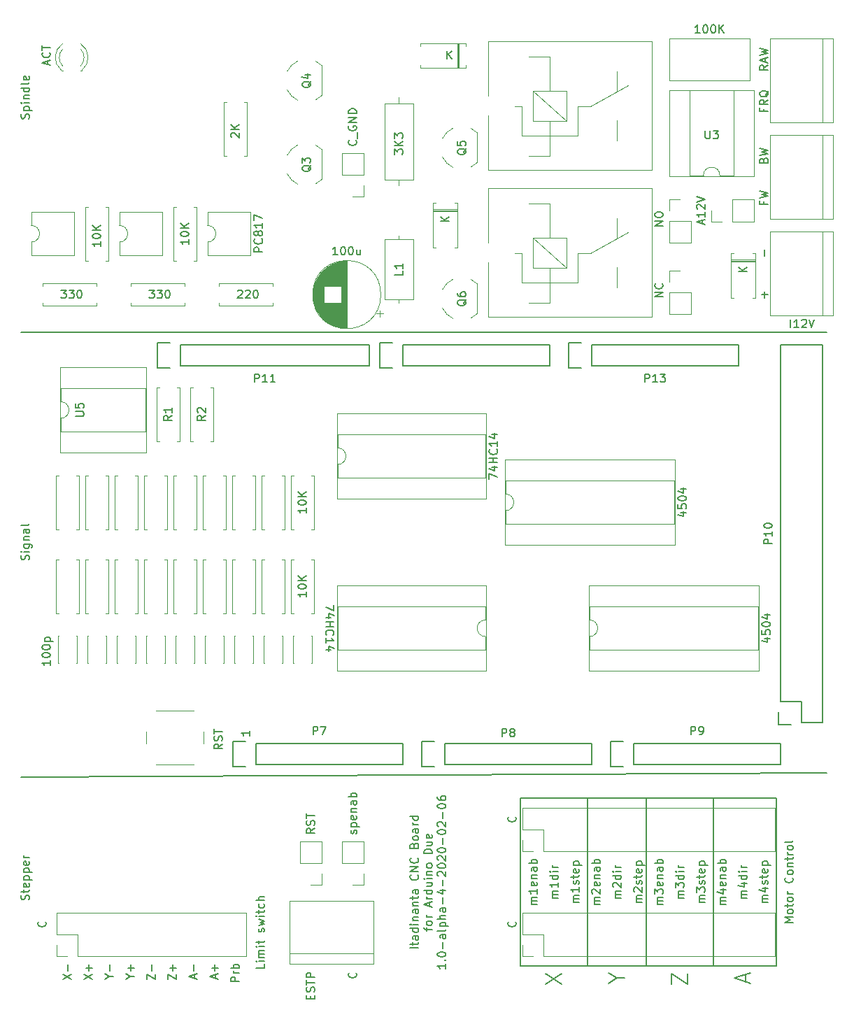
<source format=gbr>
G04 #@! TF.GenerationSoftware,KiCad,Pcbnew,5.1.5+dfsg1-2*
G04 #@! TF.CreationDate,2020-02-06T21:54:10+00:00*
G04 #@! TF.ProjectId,arduino_duo_shield,61726475-696e-46f5-9f64-756f5f736869,rev?*
G04 #@! TF.SameCoordinates,PX6258c20PY7445a00*
G04 #@! TF.FileFunction,Legend,Top*
G04 #@! TF.FilePolarity,Positive*
%FSLAX46Y46*%
G04 Gerber Fmt 4.6, Leading zero omitted, Abs format (unit mm)*
G04 Created by KiCad (PCBNEW 5.1.5+dfsg1-2) date 2020-02-06 21:54:10*
%MOMM*%
%LPD*%
G04 APERTURE LIST*
%ADD10C,0.150000*%
%ADD11C,0.120000*%
G04 APERTURE END LIST*
D10*
X41505142Y77107024D02*
X41552761Y77059405D01*
X41600380Y76916548D01*
X41600380Y76821310D01*
X41552761Y76678453D01*
X41457523Y76583215D01*
X41362285Y76535596D01*
X41171809Y76487977D01*
X41028952Y76487977D01*
X40838476Y76535596D01*
X40743238Y76583215D01*
X40648000Y76678453D01*
X40600380Y76821310D01*
X40600380Y76916548D01*
X40648000Y77059405D01*
X40695619Y77107024D01*
X41695619Y77297500D02*
X41695619Y78059405D01*
X40648000Y78821310D02*
X40600380Y78726072D01*
X40600380Y78583215D01*
X40648000Y78440358D01*
X40743238Y78345120D01*
X40838476Y78297500D01*
X41028952Y78249881D01*
X41171809Y78249881D01*
X41362285Y78297500D01*
X41457523Y78345120D01*
X41552761Y78440358D01*
X41600380Y78583215D01*
X41600380Y78678453D01*
X41552761Y78821310D01*
X41505142Y78868929D01*
X41171809Y78868929D01*
X41171809Y78678453D01*
X41600380Y79297500D02*
X40600380Y79297500D01*
X41600380Y79868929D01*
X40600380Y79868929D01*
X41600380Y80345120D02*
X40600380Y80345120D01*
X40600380Y80583215D01*
X40648000Y80726072D01*
X40743238Y80821310D01*
X40838476Y80868929D01*
X41028952Y80916548D01*
X41171809Y80916548D01*
X41362285Y80868929D01*
X41457523Y80821310D01*
X41552761Y80726072D01*
X41600380Y80583215D01*
X41600380Y80345120D01*
X41552761Y-6824023D02*
X41600380Y-6728785D01*
X41600380Y-6538309D01*
X41552761Y-6443071D01*
X41457523Y-6395452D01*
X41409904Y-6395452D01*
X41314666Y-6443071D01*
X41267047Y-6538309D01*
X41267047Y-6681166D01*
X41219428Y-6776404D01*
X41124190Y-6824023D01*
X41076571Y-6824023D01*
X40981333Y-6776404D01*
X40933714Y-6681166D01*
X40933714Y-6538309D01*
X40981333Y-6443071D01*
X40933714Y-5966880D02*
X41933714Y-5966880D01*
X40981333Y-5966880D02*
X40933714Y-5871642D01*
X40933714Y-5681166D01*
X40981333Y-5585928D01*
X41028952Y-5538309D01*
X41124190Y-5490690D01*
X41409904Y-5490690D01*
X41505142Y-5538309D01*
X41552761Y-5585928D01*
X41600380Y-5681166D01*
X41600380Y-5871642D01*
X41552761Y-5966880D01*
X41552761Y-4681166D02*
X41600380Y-4776404D01*
X41600380Y-4966880D01*
X41552761Y-5062119D01*
X41457523Y-5109738D01*
X41076571Y-5109738D01*
X40981333Y-5062119D01*
X40933714Y-4966880D01*
X40933714Y-4776404D01*
X40981333Y-4681166D01*
X41076571Y-4633547D01*
X41171809Y-4633547D01*
X41267047Y-5109738D01*
X40933714Y-4204976D02*
X41600380Y-4204976D01*
X41028952Y-4204976D02*
X40981333Y-4157357D01*
X40933714Y-4062119D01*
X40933714Y-3919261D01*
X40981333Y-3824023D01*
X41076571Y-3776404D01*
X41600380Y-3776404D01*
X41600380Y-2871642D02*
X41076571Y-2871642D01*
X40981333Y-2919261D01*
X40933714Y-3014500D01*
X40933714Y-3204976D01*
X40981333Y-3300214D01*
X41552761Y-2871642D02*
X41600380Y-2966880D01*
X41600380Y-3204976D01*
X41552761Y-3300214D01*
X41457523Y-3347833D01*
X41362285Y-3347833D01*
X41267047Y-3300214D01*
X41219428Y-3204976D01*
X41219428Y-2966880D01*
X41171809Y-2871642D01*
X41600380Y-2395452D02*
X40600380Y-2395452D01*
X40981333Y-2395452D02*
X40933714Y-2300214D01*
X40933714Y-2109738D01*
X40981333Y-2014500D01*
X41028952Y-1966880D01*
X41124190Y-1919261D01*
X41409904Y-1919261D01*
X41505142Y-1966880D01*
X41552761Y-2014500D01*
X41600380Y-2109738D01*
X41600380Y-2300214D01*
X41552761Y-2395452D01*
X36520380Y-6204976D02*
X36044190Y-6538309D01*
X36520380Y-6776404D02*
X35520380Y-6776404D01*
X35520380Y-6395452D01*
X35568000Y-6300214D01*
X35615619Y-6252595D01*
X35710857Y-6204976D01*
X35853714Y-6204976D01*
X35948952Y-6252595D01*
X35996571Y-6300214D01*
X36044190Y-6395452D01*
X36044190Y-6776404D01*
X36472761Y-5824023D02*
X36520380Y-5681166D01*
X36520380Y-5443071D01*
X36472761Y-5347833D01*
X36425142Y-5300214D01*
X36329904Y-5252595D01*
X36234666Y-5252595D01*
X36139428Y-5300214D01*
X36091809Y-5347833D01*
X36044190Y-5443071D01*
X35996571Y-5633547D01*
X35948952Y-5728785D01*
X35901333Y-5776404D01*
X35806095Y-5824023D01*
X35710857Y-5824023D01*
X35615619Y-5776404D01*
X35568000Y-5728785D01*
X35520380Y-5633547D01*
X35520380Y-5395452D01*
X35568000Y-5252595D01*
X35520380Y-4966880D02*
X35520380Y-4395452D01*
X36520380Y-4681166D02*
X35520380Y-4681166D01*
X83478666Y66960953D02*
X83478666Y67437143D01*
X83764380Y66865715D02*
X82764380Y67199048D01*
X83764380Y67532381D01*
X83764380Y68389524D02*
X83764380Y67818096D01*
X83764380Y68103810D02*
X82764380Y68103810D01*
X82907238Y68008572D01*
X83002476Y67913334D01*
X83050095Y67818096D01*
X82859619Y68770477D02*
X82812000Y68818096D01*
X82764380Y68913334D01*
X82764380Y69151429D01*
X82812000Y69246667D01*
X82859619Y69294286D01*
X82954857Y69341905D01*
X83050095Y69341905D01*
X83192952Y69294286D01*
X83764380Y68722858D01*
X83764380Y69341905D01*
X82764380Y69627620D02*
X83764380Y69960953D01*
X82764380Y70294286D01*
X91384380Y86177524D02*
X90908190Y85844191D01*
X91384380Y85606096D02*
X90384380Y85606096D01*
X90384380Y85987048D01*
X90432000Y86082286D01*
X90479619Y86129905D01*
X90574857Y86177524D01*
X90717714Y86177524D01*
X90812952Y86129905D01*
X90860571Y86082286D01*
X90908190Y85987048D01*
X90908190Y85606096D01*
X91098666Y86558477D02*
X91098666Y87034667D01*
X91384380Y86463239D02*
X90384380Y86796572D01*
X91384380Y87129905D01*
X90384380Y87368000D02*
X91384380Y87606096D01*
X90670095Y87796572D01*
X91384380Y87987048D01*
X90384380Y88225143D01*
X4230666Y86256953D02*
X4230666Y86733143D01*
X4516380Y86161715D02*
X3516380Y86495048D01*
X4516380Y86828381D01*
X4421142Y87733143D02*
X4468761Y87685524D01*
X4516380Y87542667D01*
X4516380Y87447429D01*
X4468761Y87304572D01*
X4373523Y87209334D01*
X4278285Y87161715D01*
X4087809Y87114096D01*
X3944952Y87114096D01*
X3754476Y87161715D01*
X3659238Y87209334D01*
X3564000Y87304572D01*
X3516380Y87447429D01*
X3516380Y87542667D01*
X3564000Y87685524D01*
X3611619Y87733143D01*
X3516380Y88018858D02*
X3516380Y88590286D01*
X4516380Y88304572D02*
X3516380Y88304572D01*
X49094380Y-20676190D02*
X48094380Y-20676190D01*
X48427714Y-20342857D02*
X48427714Y-19961904D01*
X48094380Y-20200000D02*
X48951523Y-20200000D01*
X49046761Y-20152380D01*
X49094380Y-20057142D01*
X49094380Y-19961904D01*
X49094380Y-19200000D02*
X48570571Y-19200000D01*
X48475333Y-19247619D01*
X48427714Y-19342857D01*
X48427714Y-19533333D01*
X48475333Y-19628571D01*
X49046761Y-19200000D02*
X49094380Y-19295238D01*
X49094380Y-19533333D01*
X49046761Y-19628571D01*
X48951523Y-19676190D01*
X48856285Y-19676190D01*
X48761047Y-19628571D01*
X48713428Y-19533333D01*
X48713428Y-19295238D01*
X48665809Y-19200000D01*
X49094380Y-18295238D02*
X48094380Y-18295238D01*
X49046761Y-18295238D02*
X49094380Y-18390476D01*
X49094380Y-18580952D01*
X49046761Y-18676190D01*
X48999142Y-18723809D01*
X48903904Y-18771428D01*
X48618190Y-18771428D01*
X48522952Y-18723809D01*
X48475333Y-18676190D01*
X48427714Y-18580952D01*
X48427714Y-18390476D01*
X48475333Y-18295238D01*
X49094380Y-17819047D02*
X48427714Y-17819047D01*
X48094380Y-17819047D02*
X48142000Y-17866666D01*
X48189619Y-17819047D01*
X48142000Y-17771428D01*
X48094380Y-17819047D01*
X48189619Y-17819047D01*
X48427714Y-17342857D02*
X49094380Y-17342857D01*
X48522952Y-17342857D02*
X48475333Y-17295238D01*
X48427714Y-17200000D01*
X48427714Y-17057142D01*
X48475333Y-16961904D01*
X48570571Y-16914285D01*
X49094380Y-16914285D01*
X49094380Y-16009523D02*
X48570571Y-16009523D01*
X48475333Y-16057142D01*
X48427714Y-16152380D01*
X48427714Y-16342857D01*
X48475333Y-16438095D01*
X49046761Y-16009523D02*
X49094380Y-16104761D01*
X49094380Y-16342857D01*
X49046761Y-16438095D01*
X48951523Y-16485714D01*
X48856285Y-16485714D01*
X48761047Y-16438095D01*
X48713428Y-16342857D01*
X48713428Y-16104761D01*
X48665809Y-16009523D01*
X48427714Y-15533333D02*
X49094380Y-15533333D01*
X48522952Y-15533333D02*
X48475333Y-15485714D01*
X48427714Y-15390476D01*
X48427714Y-15247619D01*
X48475333Y-15152380D01*
X48570571Y-15104761D01*
X49094380Y-15104761D01*
X48427714Y-14771428D02*
X48427714Y-14390476D01*
X48094380Y-14628571D02*
X48951523Y-14628571D01*
X49046761Y-14580952D01*
X49094380Y-14485714D01*
X49094380Y-14390476D01*
X49094380Y-13628571D02*
X48570571Y-13628571D01*
X48475333Y-13676190D01*
X48427714Y-13771428D01*
X48427714Y-13961904D01*
X48475333Y-14057142D01*
X49046761Y-13628571D02*
X49094380Y-13723809D01*
X49094380Y-13961904D01*
X49046761Y-14057142D01*
X48951523Y-14104761D01*
X48856285Y-14104761D01*
X48761047Y-14057142D01*
X48713428Y-13961904D01*
X48713428Y-13723809D01*
X48665809Y-13628571D01*
X48999142Y-11819047D02*
X49046761Y-11866666D01*
X49094380Y-12009523D01*
X49094380Y-12104761D01*
X49046761Y-12247619D01*
X48951523Y-12342857D01*
X48856285Y-12390476D01*
X48665809Y-12438095D01*
X48522952Y-12438095D01*
X48332476Y-12390476D01*
X48237238Y-12342857D01*
X48142000Y-12247619D01*
X48094380Y-12104761D01*
X48094380Y-12009523D01*
X48142000Y-11866666D01*
X48189619Y-11819047D01*
X49094380Y-11390476D02*
X48094380Y-11390476D01*
X49094380Y-10819047D01*
X48094380Y-10819047D01*
X48999142Y-9771428D02*
X49046761Y-9819047D01*
X49094380Y-9961904D01*
X49094380Y-10057142D01*
X49046761Y-10200000D01*
X48951523Y-10295238D01*
X48856285Y-10342857D01*
X48665809Y-10390476D01*
X48522952Y-10390476D01*
X48332476Y-10342857D01*
X48237238Y-10295238D01*
X48142000Y-10200000D01*
X48094380Y-10057142D01*
X48094380Y-9961904D01*
X48142000Y-9819047D01*
X48189619Y-9771428D01*
X48570571Y-8247619D02*
X48618190Y-8104761D01*
X48665809Y-8057142D01*
X48761047Y-8009523D01*
X48903904Y-8009523D01*
X48999142Y-8057142D01*
X49046761Y-8104761D01*
X49094380Y-8200000D01*
X49094380Y-8580952D01*
X48094380Y-8580952D01*
X48094380Y-8247619D01*
X48142000Y-8152380D01*
X48189619Y-8104761D01*
X48284857Y-8057142D01*
X48380095Y-8057142D01*
X48475333Y-8104761D01*
X48522952Y-8152380D01*
X48570571Y-8247619D01*
X48570571Y-8580952D01*
X49094380Y-7438095D02*
X49046761Y-7533333D01*
X48999142Y-7580952D01*
X48903904Y-7628571D01*
X48618190Y-7628571D01*
X48522952Y-7580952D01*
X48475333Y-7533333D01*
X48427714Y-7438095D01*
X48427714Y-7295238D01*
X48475333Y-7200000D01*
X48522952Y-7152380D01*
X48618190Y-7104761D01*
X48903904Y-7104761D01*
X48999142Y-7152380D01*
X49046761Y-7200000D01*
X49094380Y-7295238D01*
X49094380Y-7438095D01*
X49094380Y-6247619D02*
X48570571Y-6247619D01*
X48475333Y-6295238D01*
X48427714Y-6390476D01*
X48427714Y-6580952D01*
X48475333Y-6676190D01*
X49046761Y-6247619D02*
X49094380Y-6342857D01*
X49094380Y-6580952D01*
X49046761Y-6676190D01*
X48951523Y-6723809D01*
X48856285Y-6723809D01*
X48761047Y-6676190D01*
X48713428Y-6580952D01*
X48713428Y-6342857D01*
X48665809Y-6247619D01*
X49094380Y-5771428D02*
X48427714Y-5771428D01*
X48618190Y-5771428D02*
X48522952Y-5723809D01*
X48475333Y-5676190D01*
X48427714Y-5580952D01*
X48427714Y-5485714D01*
X49094380Y-4723809D02*
X48094380Y-4723809D01*
X49046761Y-4723809D02*
X49094380Y-4819047D01*
X49094380Y-5009523D01*
X49046761Y-5104761D01*
X48999142Y-5152380D01*
X48903904Y-5200000D01*
X48618190Y-5200000D01*
X48522952Y-5152380D01*
X48475333Y-5104761D01*
X48427714Y-5009523D01*
X48427714Y-4819047D01*
X48475333Y-4723809D01*
X50077714Y-18580952D02*
X50077714Y-18200000D01*
X50744380Y-18438095D02*
X49887238Y-18438095D01*
X49792000Y-18390476D01*
X49744380Y-18295238D01*
X49744380Y-18200000D01*
X50744380Y-17723809D02*
X50696761Y-17819047D01*
X50649142Y-17866666D01*
X50553904Y-17914285D01*
X50268190Y-17914285D01*
X50172952Y-17866666D01*
X50125333Y-17819047D01*
X50077714Y-17723809D01*
X50077714Y-17580952D01*
X50125333Y-17485714D01*
X50172952Y-17438095D01*
X50268190Y-17390476D01*
X50553904Y-17390476D01*
X50649142Y-17438095D01*
X50696761Y-17485714D01*
X50744380Y-17580952D01*
X50744380Y-17723809D01*
X50744380Y-16961904D02*
X50077714Y-16961904D01*
X50268190Y-16961904D02*
X50172952Y-16914285D01*
X50125333Y-16866666D01*
X50077714Y-16771428D01*
X50077714Y-16676190D01*
X50458666Y-15628571D02*
X50458666Y-15152380D01*
X50744380Y-15723809D02*
X49744380Y-15390476D01*
X50744380Y-15057142D01*
X50744380Y-14723809D02*
X50077714Y-14723809D01*
X50268190Y-14723809D02*
X50172952Y-14676190D01*
X50125333Y-14628571D01*
X50077714Y-14533333D01*
X50077714Y-14438095D01*
X50744380Y-13676190D02*
X49744380Y-13676190D01*
X50696761Y-13676190D02*
X50744380Y-13771428D01*
X50744380Y-13961904D01*
X50696761Y-14057142D01*
X50649142Y-14104761D01*
X50553904Y-14152380D01*
X50268190Y-14152380D01*
X50172952Y-14104761D01*
X50125333Y-14057142D01*
X50077714Y-13961904D01*
X50077714Y-13771428D01*
X50125333Y-13676190D01*
X50077714Y-12771428D02*
X50744380Y-12771428D01*
X50077714Y-13200000D02*
X50601523Y-13200000D01*
X50696761Y-13152380D01*
X50744380Y-13057142D01*
X50744380Y-12914285D01*
X50696761Y-12819047D01*
X50649142Y-12771428D01*
X50744380Y-12295238D02*
X50077714Y-12295238D01*
X49744380Y-12295238D02*
X49792000Y-12342857D01*
X49839619Y-12295238D01*
X49792000Y-12247619D01*
X49744380Y-12295238D01*
X49839619Y-12295238D01*
X50077714Y-11819047D02*
X50744380Y-11819047D01*
X50172952Y-11819047D02*
X50125333Y-11771428D01*
X50077714Y-11676190D01*
X50077714Y-11533333D01*
X50125333Y-11438095D01*
X50220571Y-11390476D01*
X50744380Y-11390476D01*
X50744380Y-10771428D02*
X50696761Y-10866666D01*
X50649142Y-10914285D01*
X50553904Y-10961904D01*
X50268190Y-10961904D01*
X50172952Y-10914285D01*
X50125333Y-10866666D01*
X50077714Y-10771428D01*
X50077714Y-10628571D01*
X50125333Y-10533333D01*
X50172952Y-10485714D01*
X50268190Y-10438095D01*
X50553904Y-10438095D01*
X50649142Y-10485714D01*
X50696761Y-10533333D01*
X50744380Y-10628571D01*
X50744380Y-10771428D01*
X50744380Y-9247619D02*
X49744380Y-9247619D01*
X49744380Y-9009523D01*
X49792000Y-8866666D01*
X49887238Y-8771428D01*
X49982476Y-8723809D01*
X50172952Y-8676190D01*
X50315809Y-8676190D01*
X50506285Y-8723809D01*
X50601523Y-8771428D01*
X50696761Y-8866666D01*
X50744380Y-9009523D01*
X50744380Y-9247619D01*
X50077714Y-7819047D02*
X50744380Y-7819047D01*
X50077714Y-8247619D02*
X50601523Y-8247619D01*
X50696761Y-8200000D01*
X50744380Y-8104761D01*
X50744380Y-7961904D01*
X50696761Y-7866666D01*
X50649142Y-7819047D01*
X50696761Y-6961904D02*
X50744380Y-7057142D01*
X50744380Y-7247619D01*
X50696761Y-7342857D01*
X50601523Y-7390476D01*
X50220571Y-7390476D01*
X50125333Y-7342857D01*
X50077714Y-7247619D01*
X50077714Y-7057142D01*
X50125333Y-6961904D01*
X50220571Y-6914285D01*
X50315809Y-6914285D01*
X50411047Y-7390476D01*
X52394380Y-22580952D02*
X52394380Y-23152380D01*
X52394380Y-22866666D02*
X51394380Y-22866666D01*
X51537238Y-22961904D01*
X51632476Y-23057142D01*
X51680095Y-23152380D01*
X52299142Y-22152380D02*
X52346761Y-22104761D01*
X52394380Y-22152380D01*
X52346761Y-22200000D01*
X52299142Y-22152380D01*
X52394380Y-22152380D01*
X51394380Y-21485714D02*
X51394380Y-21390476D01*
X51442000Y-21295238D01*
X51489619Y-21247619D01*
X51584857Y-21200000D01*
X51775333Y-21152380D01*
X52013428Y-21152380D01*
X52203904Y-21200000D01*
X52299142Y-21247619D01*
X52346761Y-21295238D01*
X52394380Y-21390476D01*
X52394380Y-21485714D01*
X52346761Y-21580952D01*
X52299142Y-21628571D01*
X52203904Y-21676190D01*
X52013428Y-21723809D01*
X51775333Y-21723809D01*
X51584857Y-21676190D01*
X51489619Y-21628571D01*
X51442000Y-21580952D01*
X51394380Y-21485714D01*
X52013428Y-20723809D02*
X52013428Y-19961904D01*
X52394380Y-19057142D02*
X51870571Y-19057142D01*
X51775333Y-19104761D01*
X51727714Y-19200000D01*
X51727714Y-19390476D01*
X51775333Y-19485714D01*
X52346761Y-19057142D02*
X52394380Y-19152380D01*
X52394380Y-19390476D01*
X52346761Y-19485714D01*
X52251523Y-19533333D01*
X52156285Y-19533333D01*
X52061047Y-19485714D01*
X52013428Y-19390476D01*
X52013428Y-19152380D01*
X51965809Y-19057142D01*
X52394380Y-18438095D02*
X52346761Y-18533333D01*
X52251523Y-18580952D01*
X51394380Y-18580952D01*
X51727714Y-18057142D02*
X52727714Y-18057142D01*
X51775333Y-18057142D02*
X51727714Y-17961904D01*
X51727714Y-17771428D01*
X51775333Y-17676190D01*
X51822952Y-17628571D01*
X51918190Y-17580952D01*
X52203904Y-17580952D01*
X52299142Y-17628571D01*
X52346761Y-17676190D01*
X52394380Y-17771428D01*
X52394380Y-17961904D01*
X52346761Y-18057142D01*
X52394380Y-17152380D02*
X51394380Y-17152380D01*
X52394380Y-16723809D02*
X51870571Y-16723809D01*
X51775333Y-16771428D01*
X51727714Y-16866666D01*
X51727714Y-17009523D01*
X51775333Y-17104761D01*
X51822952Y-17152380D01*
X52394380Y-15819047D02*
X51870571Y-15819047D01*
X51775333Y-15866666D01*
X51727714Y-15961904D01*
X51727714Y-16152380D01*
X51775333Y-16247619D01*
X52346761Y-15819047D02*
X52394380Y-15914285D01*
X52394380Y-16152380D01*
X52346761Y-16247619D01*
X52251523Y-16295238D01*
X52156285Y-16295238D01*
X52061047Y-16247619D01*
X52013428Y-16152380D01*
X52013428Y-15914285D01*
X51965809Y-15819047D01*
X52013428Y-15342857D02*
X52013428Y-14580952D01*
X51727714Y-13676190D02*
X52394380Y-13676190D01*
X51346761Y-13914285D02*
X52061047Y-14152380D01*
X52061047Y-13533333D01*
X52013428Y-13152380D02*
X52013428Y-12390476D01*
X51489619Y-11961904D02*
X51442000Y-11914285D01*
X51394380Y-11819047D01*
X51394380Y-11580952D01*
X51442000Y-11485714D01*
X51489619Y-11438095D01*
X51584857Y-11390476D01*
X51680095Y-11390476D01*
X51822952Y-11438095D01*
X52394380Y-12009523D01*
X52394380Y-11390476D01*
X51394380Y-10771428D02*
X51394380Y-10676190D01*
X51442000Y-10580952D01*
X51489619Y-10533333D01*
X51584857Y-10485714D01*
X51775333Y-10438095D01*
X52013428Y-10438095D01*
X52203904Y-10485714D01*
X52299142Y-10533333D01*
X52346761Y-10580952D01*
X52394380Y-10676190D01*
X52394380Y-10771428D01*
X52346761Y-10866666D01*
X52299142Y-10914285D01*
X52203904Y-10961904D01*
X52013428Y-11009523D01*
X51775333Y-11009523D01*
X51584857Y-10961904D01*
X51489619Y-10914285D01*
X51442000Y-10866666D01*
X51394380Y-10771428D01*
X51489619Y-10057142D02*
X51442000Y-10009523D01*
X51394380Y-9914285D01*
X51394380Y-9676190D01*
X51442000Y-9580952D01*
X51489619Y-9533333D01*
X51584857Y-9485714D01*
X51680095Y-9485714D01*
X51822952Y-9533333D01*
X52394380Y-10104761D01*
X52394380Y-9485714D01*
X51394380Y-8866666D02*
X51394380Y-8771428D01*
X51442000Y-8676190D01*
X51489619Y-8628571D01*
X51584857Y-8580952D01*
X51775333Y-8533333D01*
X52013428Y-8533333D01*
X52203904Y-8580952D01*
X52299142Y-8628571D01*
X52346761Y-8676190D01*
X52394380Y-8771428D01*
X52394380Y-8866666D01*
X52346761Y-8961904D01*
X52299142Y-9009523D01*
X52203904Y-9057142D01*
X52013428Y-9104761D01*
X51775333Y-9104761D01*
X51584857Y-9057142D01*
X51489619Y-9009523D01*
X51442000Y-8961904D01*
X51394380Y-8866666D01*
X52013428Y-8104761D02*
X52013428Y-7342857D01*
X51394380Y-6676190D02*
X51394380Y-6580952D01*
X51442000Y-6485714D01*
X51489619Y-6438095D01*
X51584857Y-6390476D01*
X51775333Y-6342857D01*
X52013428Y-6342857D01*
X52203904Y-6390476D01*
X52299142Y-6438095D01*
X52346761Y-6485714D01*
X52394380Y-6580952D01*
X52394380Y-6676190D01*
X52346761Y-6771428D01*
X52299142Y-6819047D01*
X52203904Y-6866666D01*
X52013428Y-6914285D01*
X51775333Y-6914285D01*
X51584857Y-6866666D01*
X51489619Y-6819047D01*
X51442000Y-6771428D01*
X51394380Y-6676190D01*
X51489619Y-5961904D02*
X51442000Y-5914285D01*
X51394380Y-5819047D01*
X51394380Y-5580952D01*
X51442000Y-5485714D01*
X51489619Y-5438095D01*
X51584857Y-5390476D01*
X51680095Y-5390476D01*
X51822952Y-5438095D01*
X52394380Y-6009523D01*
X52394380Y-5390476D01*
X52013428Y-4961904D02*
X52013428Y-4200000D01*
X51394380Y-3533333D02*
X51394380Y-3438095D01*
X51442000Y-3342857D01*
X51489619Y-3295238D01*
X51584857Y-3247619D01*
X51775333Y-3200000D01*
X52013428Y-3200000D01*
X52203904Y-3247619D01*
X52299142Y-3295238D01*
X52346761Y-3342857D01*
X52394380Y-3438095D01*
X52394380Y-3533333D01*
X52346761Y-3628571D01*
X52299142Y-3676190D01*
X52203904Y-3723809D01*
X52013428Y-3771428D01*
X51775333Y-3771428D01*
X51584857Y-3723809D01*
X51489619Y-3676190D01*
X51442000Y-3628571D01*
X51394380Y-3533333D01*
X51394380Y-2342857D02*
X51394380Y-2533333D01*
X51442000Y-2628571D01*
X51489619Y-2676190D01*
X51632476Y-2771428D01*
X51822952Y-2819047D01*
X52203904Y-2819047D01*
X52299142Y-2771428D01*
X52346761Y-2723809D01*
X52394380Y-2628571D01*
X52394380Y-2438095D01*
X52346761Y-2342857D01*
X52299142Y-2295238D01*
X52203904Y-2247619D01*
X51965809Y-2247619D01*
X51870571Y-2295238D01*
X51822952Y-2342857D01*
X51775333Y-2438095D01*
X51775333Y-2628571D01*
X51822952Y-2723809D01*
X51870571Y-2771428D01*
X51965809Y-2819047D01*
X1928761Y26305143D02*
X1976380Y26448000D01*
X1976380Y26686096D01*
X1928761Y26781334D01*
X1881142Y26828953D01*
X1785904Y26876572D01*
X1690666Y26876572D01*
X1595428Y26828953D01*
X1547809Y26781334D01*
X1500190Y26686096D01*
X1452571Y26495620D01*
X1404952Y26400381D01*
X1357333Y26352762D01*
X1262095Y26305143D01*
X1166857Y26305143D01*
X1071619Y26352762D01*
X1024000Y26400381D01*
X976380Y26495620D01*
X976380Y26733715D01*
X1024000Y26876572D01*
X1976380Y27305143D02*
X1309714Y27305143D01*
X976380Y27305143D02*
X1024000Y27257524D01*
X1071619Y27305143D01*
X1024000Y27352762D01*
X976380Y27305143D01*
X1071619Y27305143D01*
X1309714Y28209905D02*
X2119238Y28209905D01*
X2214476Y28162286D01*
X2262095Y28114667D01*
X2309714Y28019429D01*
X2309714Y27876572D01*
X2262095Y27781334D01*
X1928761Y28209905D02*
X1976380Y28114667D01*
X1976380Y27924191D01*
X1928761Y27828953D01*
X1881142Y27781334D01*
X1785904Y27733715D01*
X1500190Y27733715D01*
X1404952Y27781334D01*
X1357333Y27828953D01*
X1309714Y27924191D01*
X1309714Y28114667D01*
X1357333Y28209905D01*
X1309714Y28686096D02*
X1976380Y28686096D01*
X1404952Y28686096D02*
X1357333Y28733715D01*
X1309714Y28828953D01*
X1309714Y28971810D01*
X1357333Y29067048D01*
X1452571Y29114667D01*
X1976380Y29114667D01*
X1976380Y30019429D02*
X1452571Y30019429D01*
X1357333Y29971810D01*
X1309714Y29876572D01*
X1309714Y29686096D01*
X1357333Y29590858D01*
X1928761Y30019429D02*
X1976380Y29924191D01*
X1976380Y29686096D01*
X1928761Y29590858D01*
X1833523Y29543239D01*
X1738285Y29543239D01*
X1643047Y29590858D01*
X1595428Y29686096D01*
X1595428Y29924191D01*
X1547809Y30019429D01*
X1976380Y30638477D02*
X1928761Y30543239D01*
X1833523Y30495620D01*
X976380Y30495620D01*
X1928761Y-14834857D02*
X1976380Y-14692000D01*
X1976380Y-14453904D01*
X1928761Y-14358666D01*
X1881142Y-14311047D01*
X1785904Y-14263428D01*
X1690666Y-14263428D01*
X1595428Y-14311047D01*
X1547809Y-14358666D01*
X1500190Y-14453904D01*
X1452571Y-14644380D01*
X1404952Y-14739619D01*
X1357333Y-14787238D01*
X1262095Y-14834857D01*
X1166857Y-14834857D01*
X1071619Y-14787238D01*
X1024000Y-14739619D01*
X976380Y-14644380D01*
X976380Y-14406285D01*
X1024000Y-14263428D01*
X1309714Y-13977714D02*
X1309714Y-13596761D01*
X976380Y-13834857D02*
X1833523Y-13834857D01*
X1928761Y-13787238D01*
X1976380Y-13692000D01*
X1976380Y-13596761D01*
X1928761Y-12882476D02*
X1976380Y-12977714D01*
X1976380Y-13168190D01*
X1928761Y-13263428D01*
X1833523Y-13311047D01*
X1452571Y-13311047D01*
X1357333Y-13263428D01*
X1309714Y-13168190D01*
X1309714Y-12977714D01*
X1357333Y-12882476D01*
X1452571Y-12834857D01*
X1547809Y-12834857D01*
X1643047Y-13311047D01*
X1309714Y-12406285D02*
X2309714Y-12406285D01*
X1357333Y-12406285D02*
X1309714Y-12311047D01*
X1309714Y-12120571D01*
X1357333Y-12025333D01*
X1404952Y-11977714D01*
X1500190Y-11930095D01*
X1785904Y-11930095D01*
X1881142Y-11977714D01*
X1928761Y-12025333D01*
X1976380Y-12120571D01*
X1976380Y-12311047D01*
X1928761Y-12406285D01*
X1309714Y-11501523D02*
X2309714Y-11501523D01*
X1357333Y-11501523D02*
X1309714Y-11406285D01*
X1309714Y-11215809D01*
X1357333Y-11120571D01*
X1404952Y-11072952D01*
X1500190Y-11025333D01*
X1785904Y-11025333D01*
X1881142Y-11072952D01*
X1928761Y-11120571D01*
X1976380Y-11215809D01*
X1976380Y-11406285D01*
X1928761Y-11501523D01*
X1928761Y-10215809D02*
X1976380Y-10311047D01*
X1976380Y-10501523D01*
X1928761Y-10596761D01*
X1833523Y-10644380D01*
X1452571Y-10644380D01*
X1357333Y-10596761D01*
X1309714Y-10501523D01*
X1309714Y-10311047D01*
X1357333Y-10215809D01*
X1452571Y-10168190D01*
X1547809Y-10168190D01*
X1643047Y-10644380D01*
X1976380Y-9739619D02*
X1309714Y-9739619D01*
X1500190Y-9739619D02*
X1404952Y-9692000D01*
X1357333Y-9644380D01*
X1309714Y-9549142D01*
X1309714Y-9453904D01*
X1928761Y79724572D02*
X1976380Y79867429D01*
X1976380Y80105524D01*
X1928761Y80200762D01*
X1881142Y80248381D01*
X1785904Y80296000D01*
X1690666Y80296000D01*
X1595428Y80248381D01*
X1547809Y80200762D01*
X1500190Y80105524D01*
X1452571Y79915048D01*
X1404952Y79819810D01*
X1357333Y79772191D01*
X1262095Y79724572D01*
X1166857Y79724572D01*
X1071619Y79772191D01*
X1024000Y79819810D01*
X976380Y79915048D01*
X976380Y80153143D01*
X1024000Y80296000D01*
X1309714Y80724572D02*
X2309714Y80724572D01*
X1357333Y80724572D02*
X1309714Y80819810D01*
X1309714Y81010286D01*
X1357333Y81105524D01*
X1404952Y81153143D01*
X1500190Y81200762D01*
X1785904Y81200762D01*
X1881142Y81153143D01*
X1928761Y81105524D01*
X1976380Y81010286D01*
X1976380Y80819810D01*
X1928761Y80724572D01*
X1976380Y81629334D02*
X1309714Y81629334D01*
X976380Y81629334D02*
X1024000Y81581715D01*
X1071619Y81629334D01*
X1024000Y81676953D01*
X976380Y81629334D01*
X1071619Y81629334D01*
X1309714Y82105524D02*
X1976380Y82105524D01*
X1404952Y82105524D02*
X1357333Y82153143D01*
X1309714Y82248381D01*
X1309714Y82391239D01*
X1357333Y82486477D01*
X1452571Y82534096D01*
X1976380Y82534096D01*
X1976380Y83438858D02*
X976380Y83438858D01*
X1928761Y83438858D02*
X1976380Y83343620D01*
X1976380Y83153143D01*
X1928761Y83057905D01*
X1881142Y83010286D01*
X1785904Y82962667D01*
X1500190Y82962667D01*
X1404952Y83010286D01*
X1357333Y83057905D01*
X1309714Y83153143D01*
X1309714Y83343620D01*
X1357333Y83438858D01*
X1976380Y84057905D02*
X1928761Y83962667D01*
X1833523Y83915048D01*
X976380Y83915048D01*
X1928761Y84819810D02*
X1976380Y84724572D01*
X1976380Y84534096D01*
X1928761Y84438858D01*
X1833523Y84391239D01*
X1452571Y84391239D01*
X1357333Y84438858D01*
X1309714Y84534096D01*
X1309714Y84724572D01*
X1357333Y84819810D01*
X1452571Y84867429D01*
X1547809Y84867429D01*
X1643047Y84391239D01*
X91384380Y-15176190D02*
X90717714Y-15176190D01*
X90812952Y-15176190D02*
X90765333Y-15128571D01*
X90717714Y-15033333D01*
X90717714Y-14890476D01*
X90765333Y-14795238D01*
X90860571Y-14747619D01*
X91384380Y-14747619D01*
X90860571Y-14747619D02*
X90765333Y-14700000D01*
X90717714Y-14604761D01*
X90717714Y-14461904D01*
X90765333Y-14366666D01*
X90860571Y-14319047D01*
X91384380Y-14319047D01*
X90717714Y-13414285D02*
X91384380Y-13414285D01*
X90336761Y-13652380D02*
X91051047Y-13890476D01*
X91051047Y-13271428D01*
X91336761Y-12938095D02*
X91384380Y-12842857D01*
X91384380Y-12652380D01*
X91336761Y-12557142D01*
X91241523Y-12509523D01*
X91193904Y-12509523D01*
X91098666Y-12557142D01*
X91051047Y-12652380D01*
X91051047Y-12795238D01*
X91003428Y-12890476D01*
X90908190Y-12938095D01*
X90860571Y-12938095D01*
X90765333Y-12890476D01*
X90717714Y-12795238D01*
X90717714Y-12652380D01*
X90765333Y-12557142D01*
X90717714Y-12223809D02*
X90717714Y-11842857D01*
X90384380Y-12080952D02*
X91241523Y-12080952D01*
X91336761Y-12033333D01*
X91384380Y-11938095D01*
X91384380Y-11842857D01*
X91336761Y-11128571D02*
X91384380Y-11223809D01*
X91384380Y-11414285D01*
X91336761Y-11509523D01*
X91241523Y-11557142D01*
X90860571Y-11557142D01*
X90765333Y-11509523D01*
X90717714Y-11414285D01*
X90717714Y-11223809D01*
X90765333Y-11128571D01*
X90860571Y-11080952D01*
X90955809Y-11080952D01*
X91051047Y-11557142D01*
X90717714Y-10652380D02*
X91717714Y-10652380D01*
X90765333Y-10652380D02*
X90717714Y-10557142D01*
X90717714Y-10366666D01*
X90765333Y-10271428D01*
X90812952Y-10223809D01*
X90908190Y-10176190D01*
X91193904Y-10176190D01*
X91289142Y-10223809D01*
X91336761Y-10271428D01*
X91384380Y-10366666D01*
X91384380Y-10557142D01*
X91336761Y-10652380D01*
X88844380Y-14604761D02*
X88177714Y-14604761D01*
X88272952Y-14604761D02*
X88225333Y-14557142D01*
X88177714Y-14461904D01*
X88177714Y-14319047D01*
X88225333Y-14223809D01*
X88320571Y-14176190D01*
X88844380Y-14176190D01*
X88320571Y-14176190D02*
X88225333Y-14128571D01*
X88177714Y-14033333D01*
X88177714Y-13890476D01*
X88225333Y-13795238D01*
X88320571Y-13747619D01*
X88844380Y-13747619D01*
X88177714Y-12842857D02*
X88844380Y-12842857D01*
X87796761Y-13080952D02*
X88511047Y-13319047D01*
X88511047Y-12700000D01*
X88844380Y-11890476D02*
X87844380Y-11890476D01*
X88796761Y-11890476D02*
X88844380Y-11985714D01*
X88844380Y-12176190D01*
X88796761Y-12271428D01*
X88749142Y-12319047D01*
X88653904Y-12366666D01*
X88368190Y-12366666D01*
X88272952Y-12319047D01*
X88225333Y-12271428D01*
X88177714Y-12176190D01*
X88177714Y-11985714D01*
X88225333Y-11890476D01*
X88844380Y-11414285D02*
X88177714Y-11414285D01*
X87844380Y-11414285D02*
X87892000Y-11461904D01*
X87939619Y-11414285D01*
X87892000Y-11366666D01*
X87844380Y-11414285D01*
X87939619Y-11414285D01*
X88844380Y-10938095D02*
X88177714Y-10938095D01*
X88368190Y-10938095D02*
X88272952Y-10890476D01*
X88225333Y-10842857D01*
X88177714Y-10747619D01*
X88177714Y-10652380D01*
X86304380Y-15390476D02*
X85637714Y-15390476D01*
X85732952Y-15390476D02*
X85685333Y-15342857D01*
X85637714Y-15247619D01*
X85637714Y-15104761D01*
X85685333Y-15009523D01*
X85780571Y-14961904D01*
X86304380Y-14961904D01*
X85780571Y-14961904D02*
X85685333Y-14914285D01*
X85637714Y-14819047D01*
X85637714Y-14676190D01*
X85685333Y-14580952D01*
X85780571Y-14533333D01*
X86304380Y-14533333D01*
X85637714Y-13628571D02*
X86304380Y-13628571D01*
X85256761Y-13866666D02*
X85971047Y-14104761D01*
X85971047Y-13485714D01*
X86256761Y-12723809D02*
X86304380Y-12819047D01*
X86304380Y-13009523D01*
X86256761Y-13104761D01*
X86161523Y-13152380D01*
X85780571Y-13152380D01*
X85685333Y-13104761D01*
X85637714Y-13009523D01*
X85637714Y-12819047D01*
X85685333Y-12723809D01*
X85780571Y-12676190D01*
X85875809Y-12676190D01*
X85971047Y-13152380D01*
X85637714Y-12247619D02*
X86304380Y-12247619D01*
X85732952Y-12247619D02*
X85685333Y-12200000D01*
X85637714Y-12104761D01*
X85637714Y-11961904D01*
X85685333Y-11866666D01*
X85780571Y-11819047D01*
X86304380Y-11819047D01*
X86304380Y-10914285D02*
X85780571Y-10914285D01*
X85685333Y-10961904D01*
X85637714Y-11057142D01*
X85637714Y-11247619D01*
X85685333Y-11342857D01*
X86256761Y-10914285D02*
X86304380Y-11009523D01*
X86304380Y-11247619D01*
X86256761Y-11342857D01*
X86161523Y-11390476D01*
X86066285Y-11390476D01*
X85971047Y-11342857D01*
X85923428Y-11247619D01*
X85923428Y-11009523D01*
X85875809Y-10914285D01*
X86304380Y-10438095D02*
X85304380Y-10438095D01*
X85685333Y-10438095D02*
X85637714Y-10342857D01*
X85637714Y-10152380D01*
X85685333Y-10057142D01*
X85732952Y-10009523D01*
X85828190Y-9961904D01*
X86113904Y-9961904D01*
X86209142Y-10009523D01*
X86256761Y-10057142D01*
X86304380Y-10152380D01*
X86304380Y-10342857D01*
X86256761Y-10438095D01*
X83764380Y-15176190D02*
X83097714Y-15176190D01*
X83192952Y-15176190D02*
X83145333Y-15128571D01*
X83097714Y-15033333D01*
X83097714Y-14890476D01*
X83145333Y-14795238D01*
X83240571Y-14747619D01*
X83764380Y-14747619D01*
X83240571Y-14747619D02*
X83145333Y-14700000D01*
X83097714Y-14604761D01*
X83097714Y-14461904D01*
X83145333Y-14366666D01*
X83240571Y-14319047D01*
X83764380Y-14319047D01*
X82764380Y-13938095D02*
X82764380Y-13319047D01*
X83145333Y-13652380D01*
X83145333Y-13509523D01*
X83192952Y-13414285D01*
X83240571Y-13366666D01*
X83335809Y-13319047D01*
X83573904Y-13319047D01*
X83669142Y-13366666D01*
X83716761Y-13414285D01*
X83764380Y-13509523D01*
X83764380Y-13795238D01*
X83716761Y-13890476D01*
X83669142Y-13938095D01*
X83716761Y-12938095D02*
X83764380Y-12842857D01*
X83764380Y-12652380D01*
X83716761Y-12557142D01*
X83621523Y-12509523D01*
X83573904Y-12509523D01*
X83478666Y-12557142D01*
X83431047Y-12652380D01*
X83431047Y-12795238D01*
X83383428Y-12890476D01*
X83288190Y-12938095D01*
X83240571Y-12938095D01*
X83145333Y-12890476D01*
X83097714Y-12795238D01*
X83097714Y-12652380D01*
X83145333Y-12557142D01*
X83097714Y-12223809D02*
X83097714Y-11842857D01*
X82764380Y-12080952D02*
X83621523Y-12080952D01*
X83716761Y-12033333D01*
X83764380Y-11938095D01*
X83764380Y-11842857D01*
X83716761Y-11128571D02*
X83764380Y-11223809D01*
X83764380Y-11414285D01*
X83716761Y-11509523D01*
X83621523Y-11557142D01*
X83240571Y-11557142D01*
X83145333Y-11509523D01*
X83097714Y-11414285D01*
X83097714Y-11223809D01*
X83145333Y-11128571D01*
X83240571Y-11080952D01*
X83335809Y-11080952D01*
X83431047Y-11557142D01*
X83097714Y-10652380D02*
X84097714Y-10652380D01*
X83145333Y-10652380D02*
X83097714Y-10557142D01*
X83097714Y-10366666D01*
X83145333Y-10271428D01*
X83192952Y-10223809D01*
X83288190Y-10176190D01*
X83573904Y-10176190D01*
X83669142Y-10223809D01*
X83716761Y-10271428D01*
X83764380Y-10366666D01*
X83764380Y-10557142D01*
X83716761Y-10652380D01*
X78684380Y-15390476D02*
X78017714Y-15390476D01*
X78112952Y-15390476D02*
X78065333Y-15342857D01*
X78017714Y-15247619D01*
X78017714Y-15104761D01*
X78065333Y-15009523D01*
X78160571Y-14961904D01*
X78684380Y-14961904D01*
X78160571Y-14961904D02*
X78065333Y-14914285D01*
X78017714Y-14819047D01*
X78017714Y-14676190D01*
X78065333Y-14580952D01*
X78160571Y-14533333D01*
X78684380Y-14533333D01*
X77684380Y-14152380D02*
X77684380Y-13533333D01*
X78065333Y-13866666D01*
X78065333Y-13723809D01*
X78112952Y-13628571D01*
X78160571Y-13580952D01*
X78255809Y-13533333D01*
X78493904Y-13533333D01*
X78589142Y-13580952D01*
X78636761Y-13628571D01*
X78684380Y-13723809D01*
X78684380Y-14009523D01*
X78636761Y-14104761D01*
X78589142Y-14152380D01*
X78636761Y-12723809D02*
X78684380Y-12819047D01*
X78684380Y-13009523D01*
X78636761Y-13104761D01*
X78541523Y-13152380D01*
X78160571Y-13152380D01*
X78065333Y-13104761D01*
X78017714Y-13009523D01*
X78017714Y-12819047D01*
X78065333Y-12723809D01*
X78160571Y-12676190D01*
X78255809Y-12676190D01*
X78351047Y-13152380D01*
X78017714Y-12247619D02*
X78684380Y-12247619D01*
X78112952Y-12247619D02*
X78065333Y-12200000D01*
X78017714Y-12104761D01*
X78017714Y-11961904D01*
X78065333Y-11866666D01*
X78160571Y-11819047D01*
X78684380Y-11819047D01*
X78684380Y-10914285D02*
X78160571Y-10914285D01*
X78065333Y-10961904D01*
X78017714Y-11057142D01*
X78017714Y-11247619D01*
X78065333Y-11342857D01*
X78636761Y-10914285D02*
X78684380Y-11009523D01*
X78684380Y-11247619D01*
X78636761Y-11342857D01*
X78541523Y-11390476D01*
X78446285Y-11390476D01*
X78351047Y-11342857D01*
X78303428Y-11247619D01*
X78303428Y-11009523D01*
X78255809Y-10914285D01*
X78684380Y-10438095D02*
X77684380Y-10438095D01*
X78065333Y-10438095D02*
X78017714Y-10342857D01*
X78017714Y-10152380D01*
X78065333Y-10057142D01*
X78112952Y-10009523D01*
X78208190Y-9961904D01*
X78493904Y-9961904D01*
X78589142Y-10009523D01*
X78636761Y-10057142D01*
X78684380Y-10152380D01*
X78684380Y-10342857D01*
X78636761Y-10438095D01*
X81224380Y-14604761D02*
X80557714Y-14604761D01*
X80652952Y-14604761D02*
X80605333Y-14557142D01*
X80557714Y-14461904D01*
X80557714Y-14319047D01*
X80605333Y-14223809D01*
X80700571Y-14176190D01*
X81224380Y-14176190D01*
X80700571Y-14176190D02*
X80605333Y-14128571D01*
X80557714Y-14033333D01*
X80557714Y-13890476D01*
X80605333Y-13795238D01*
X80700571Y-13747619D01*
X81224380Y-13747619D01*
X80224380Y-13366666D02*
X80224380Y-12747619D01*
X80605333Y-13080952D01*
X80605333Y-12938095D01*
X80652952Y-12842857D01*
X80700571Y-12795238D01*
X80795809Y-12747619D01*
X81033904Y-12747619D01*
X81129142Y-12795238D01*
X81176761Y-12842857D01*
X81224380Y-12938095D01*
X81224380Y-13223809D01*
X81176761Y-13319047D01*
X81129142Y-13366666D01*
X81224380Y-11890476D02*
X80224380Y-11890476D01*
X81176761Y-11890476D02*
X81224380Y-11985714D01*
X81224380Y-12176190D01*
X81176761Y-12271428D01*
X81129142Y-12319047D01*
X81033904Y-12366666D01*
X80748190Y-12366666D01*
X80652952Y-12319047D01*
X80605333Y-12271428D01*
X80557714Y-12176190D01*
X80557714Y-11985714D01*
X80605333Y-11890476D01*
X81224380Y-11414285D02*
X80557714Y-11414285D01*
X80224380Y-11414285D02*
X80272000Y-11461904D01*
X80319619Y-11414285D01*
X80272000Y-11366666D01*
X80224380Y-11414285D01*
X80319619Y-11414285D01*
X81224380Y-10938095D02*
X80557714Y-10938095D01*
X80748190Y-10938095D02*
X80652952Y-10890476D01*
X80605333Y-10842857D01*
X80557714Y-10747619D01*
X80557714Y-10652380D01*
X76144380Y-15176190D02*
X75477714Y-15176190D01*
X75572952Y-15176190D02*
X75525333Y-15128571D01*
X75477714Y-15033333D01*
X75477714Y-14890476D01*
X75525333Y-14795238D01*
X75620571Y-14747619D01*
X76144380Y-14747619D01*
X75620571Y-14747619D02*
X75525333Y-14700000D01*
X75477714Y-14604761D01*
X75477714Y-14461904D01*
X75525333Y-14366666D01*
X75620571Y-14319047D01*
X76144380Y-14319047D01*
X75239619Y-13890476D02*
X75192000Y-13842857D01*
X75144380Y-13747619D01*
X75144380Y-13509523D01*
X75192000Y-13414285D01*
X75239619Y-13366666D01*
X75334857Y-13319047D01*
X75430095Y-13319047D01*
X75572952Y-13366666D01*
X76144380Y-13938095D01*
X76144380Y-13319047D01*
X76096761Y-12938095D02*
X76144380Y-12842857D01*
X76144380Y-12652380D01*
X76096761Y-12557142D01*
X76001523Y-12509523D01*
X75953904Y-12509523D01*
X75858666Y-12557142D01*
X75811047Y-12652380D01*
X75811047Y-12795238D01*
X75763428Y-12890476D01*
X75668190Y-12938095D01*
X75620571Y-12938095D01*
X75525333Y-12890476D01*
X75477714Y-12795238D01*
X75477714Y-12652380D01*
X75525333Y-12557142D01*
X75477714Y-12223809D02*
X75477714Y-11842857D01*
X75144380Y-12080952D02*
X76001523Y-12080952D01*
X76096761Y-12033333D01*
X76144380Y-11938095D01*
X76144380Y-11842857D01*
X76096761Y-11128571D02*
X76144380Y-11223809D01*
X76144380Y-11414285D01*
X76096761Y-11509523D01*
X76001523Y-11557142D01*
X75620571Y-11557142D01*
X75525333Y-11509523D01*
X75477714Y-11414285D01*
X75477714Y-11223809D01*
X75525333Y-11128571D01*
X75620571Y-11080952D01*
X75715809Y-11080952D01*
X75811047Y-11557142D01*
X75477714Y-10652380D02*
X76477714Y-10652380D01*
X75525333Y-10652380D02*
X75477714Y-10557142D01*
X75477714Y-10366666D01*
X75525333Y-10271428D01*
X75572952Y-10223809D01*
X75668190Y-10176190D01*
X75953904Y-10176190D01*
X76049142Y-10223809D01*
X76096761Y-10271428D01*
X76144380Y-10366666D01*
X76144380Y-10557142D01*
X76096761Y-10652380D01*
X73604380Y-14604761D02*
X72937714Y-14604761D01*
X73032952Y-14604761D02*
X72985333Y-14557142D01*
X72937714Y-14461904D01*
X72937714Y-14319047D01*
X72985333Y-14223809D01*
X73080571Y-14176190D01*
X73604380Y-14176190D01*
X73080571Y-14176190D02*
X72985333Y-14128571D01*
X72937714Y-14033333D01*
X72937714Y-13890476D01*
X72985333Y-13795238D01*
X73080571Y-13747619D01*
X73604380Y-13747619D01*
X72699619Y-13319047D02*
X72652000Y-13271428D01*
X72604380Y-13176190D01*
X72604380Y-12938095D01*
X72652000Y-12842857D01*
X72699619Y-12795238D01*
X72794857Y-12747619D01*
X72890095Y-12747619D01*
X73032952Y-12795238D01*
X73604380Y-13366666D01*
X73604380Y-12747619D01*
X73604380Y-11890476D02*
X72604380Y-11890476D01*
X73556761Y-11890476D02*
X73604380Y-11985714D01*
X73604380Y-12176190D01*
X73556761Y-12271428D01*
X73509142Y-12319047D01*
X73413904Y-12366666D01*
X73128190Y-12366666D01*
X73032952Y-12319047D01*
X72985333Y-12271428D01*
X72937714Y-12176190D01*
X72937714Y-11985714D01*
X72985333Y-11890476D01*
X73604380Y-11414285D02*
X72937714Y-11414285D01*
X72604380Y-11414285D02*
X72652000Y-11461904D01*
X72699619Y-11414285D01*
X72652000Y-11366666D01*
X72604380Y-11414285D01*
X72699619Y-11414285D01*
X73604380Y-10938095D02*
X72937714Y-10938095D01*
X73128190Y-10938095D02*
X73032952Y-10890476D01*
X72985333Y-10842857D01*
X72937714Y-10747619D01*
X72937714Y-10652380D01*
X71064380Y-15390476D02*
X70397714Y-15390476D01*
X70492952Y-15390476D02*
X70445333Y-15342857D01*
X70397714Y-15247619D01*
X70397714Y-15104761D01*
X70445333Y-15009523D01*
X70540571Y-14961904D01*
X71064380Y-14961904D01*
X70540571Y-14961904D02*
X70445333Y-14914285D01*
X70397714Y-14819047D01*
X70397714Y-14676190D01*
X70445333Y-14580952D01*
X70540571Y-14533333D01*
X71064380Y-14533333D01*
X70159619Y-14104761D02*
X70112000Y-14057142D01*
X70064380Y-13961904D01*
X70064380Y-13723809D01*
X70112000Y-13628571D01*
X70159619Y-13580952D01*
X70254857Y-13533333D01*
X70350095Y-13533333D01*
X70492952Y-13580952D01*
X71064380Y-14152380D01*
X71064380Y-13533333D01*
X71016761Y-12723809D02*
X71064380Y-12819047D01*
X71064380Y-13009523D01*
X71016761Y-13104761D01*
X70921523Y-13152380D01*
X70540571Y-13152380D01*
X70445333Y-13104761D01*
X70397714Y-13009523D01*
X70397714Y-12819047D01*
X70445333Y-12723809D01*
X70540571Y-12676190D01*
X70635809Y-12676190D01*
X70731047Y-13152380D01*
X70397714Y-12247619D02*
X71064380Y-12247619D01*
X70492952Y-12247619D02*
X70445333Y-12200000D01*
X70397714Y-12104761D01*
X70397714Y-11961904D01*
X70445333Y-11866666D01*
X70540571Y-11819047D01*
X71064380Y-11819047D01*
X71064380Y-10914285D02*
X70540571Y-10914285D01*
X70445333Y-10961904D01*
X70397714Y-11057142D01*
X70397714Y-11247619D01*
X70445333Y-11342857D01*
X71016761Y-10914285D02*
X71064380Y-11009523D01*
X71064380Y-11247619D01*
X71016761Y-11342857D01*
X70921523Y-11390476D01*
X70826285Y-11390476D01*
X70731047Y-11342857D01*
X70683428Y-11247619D01*
X70683428Y-11009523D01*
X70635809Y-10914285D01*
X71064380Y-10438095D02*
X70064380Y-10438095D01*
X70445333Y-10438095D02*
X70397714Y-10342857D01*
X70397714Y-10152380D01*
X70445333Y-10057142D01*
X70492952Y-10009523D01*
X70588190Y-9961904D01*
X70873904Y-9961904D01*
X70969142Y-10009523D01*
X71016761Y-10057142D01*
X71064380Y-10152380D01*
X71064380Y-10342857D01*
X71016761Y-10438095D01*
X68524380Y-15176190D02*
X67857714Y-15176190D01*
X67952952Y-15176190D02*
X67905333Y-15128571D01*
X67857714Y-15033333D01*
X67857714Y-14890476D01*
X67905333Y-14795238D01*
X68000571Y-14747619D01*
X68524380Y-14747619D01*
X68000571Y-14747619D02*
X67905333Y-14700000D01*
X67857714Y-14604761D01*
X67857714Y-14461904D01*
X67905333Y-14366666D01*
X68000571Y-14319047D01*
X68524380Y-14319047D01*
X68524380Y-13319047D02*
X68524380Y-13890476D01*
X68524380Y-13604761D02*
X67524380Y-13604761D01*
X67667238Y-13700000D01*
X67762476Y-13795238D01*
X67810095Y-13890476D01*
X68476761Y-12938095D02*
X68524380Y-12842857D01*
X68524380Y-12652380D01*
X68476761Y-12557142D01*
X68381523Y-12509523D01*
X68333904Y-12509523D01*
X68238666Y-12557142D01*
X68191047Y-12652380D01*
X68191047Y-12795238D01*
X68143428Y-12890476D01*
X68048190Y-12938095D01*
X68000571Y-12938095D01*
X67905333Y-12890476D01*
X67857714Y-12795238D01*
X67857714Y-12652380D01*
X67905333Y-12557142D01*
X67857714Y-12223809D02*
X67857714Y-11842857D01*
X67524380Y-12080952D02*
X68381523Y-12080952D01*
X68476761Y-12033333D01*
X68524380Y-11938095D01*
X68524380Y-11842857D01*
X68476761Y-11128571D02*
X68524380Y-11223809D01*
X68524380Y-11414285D01*
X68476761Y-11509523D01*
X68381523Y-11557142D01*
X68000571Y-11557142D01*
X67905333Y-11509523D01*
X67857714Y-11414285D01*
X67857714Y-11223809D01*
X67905333Y-11128571D01*
X68000571Y-11080952D01*
X68095809Y-11080952D01*
X68191047Y-11557142D01*
X67857714Y-10652380D02*
X68857714Y-10652380D01*
X67905333Y-10652380D02*
X67857714Y-10557142D01*
X67857714Y-10366666D01*
X67905333Y-10271428D01*
X67952952Y-10223809D01*
X68048190Y-10176190D01*
X68333904Y-10176190D01*
X68429142Y-10223809D01*
X68476761Y-10271428D01*
X68524380Y-10366666D01*
X68524380Y-10557142D01*
X68476761Y-10652380D01*
X65984380Y-14604761D02*
X65317714Y-14604761D01*
X65412952Y-14604761D02*
X65365333Y-14557142D01*
X65317714Y-14461904D01*
X65317714Y-14319047D01*
X65365333Y-14223809D01*
X65460571Y-14176190D01*
X65984380Y-14176190D01*
X65460571Y-14176190D02*
X65365333Y-14128571D01*
X65317714Y-14033333D01*
X65317714Y-13890476D01*
X65365333Y-13795238D01*
X65460571Y-13747619D01*
X65984380Y-13747619D01*
X65984380Y-12747619D02*
X65984380Y-13319047D01*
X65984380Y-13033333D02*
X64984380Y-13033333D01*
X65127238Y-13128571D01*
X65222476Y-13223809D01*
X65270095Y-13319047D01*
X65984380Y-11890476D02*
X64984380Y-11890476D01*
X65936761Y-11890476D02*
X65984380Y-11985714D01*
X65984380Y-12176190D01*
X65936761Y-12271428D01*
X65889142Y-12319047D01*
X65793904Y-12366666D01*
X65508190Y-12366666D01*
X65412952Y-12319047D01*
X65365333Y-12271428D01*
X65317714Y-12176190D01*
X65317714Y-11985714D01*
X65365333Y-11890476D01*
X65984380Y-11414285D02*
X65317714Y-11414285D01*
X64984380Y-11414285D02*
X65032000Y-11461904D01*
X65079619Y-11414285D01*
X65032000Y-11366666D01*
X64984380Y-11414285D01*
X65079619Y-11414285D01*
X65984380Y-10938095D02*
X65317714Y-10938095D01*
X65508190Y-10938095D02*
X65412952Y-10890476D01*
X65365333Y-10842857D01*
X65317714Y-10747619D01*
X65317714Y-10652380D01*
X63444380Y-15390476D02*
X62777714Y-15390476D01*
X62872952Y-15390476D02*
X62825333Y-15342857D01*
X62777714Y-15247619D01*
X62777714Y-15104761D01*
X62825333Y-15009523D01*
X62920571Y-14961904D01*
X63444380Y-14961904D01*
X62920571Y-14961904D02*
X62825333Y-14914285D01*
X62777714Y-14819047D01*
X62777714Y-14676190D01*
X62825333Y-14580952D01*
X62920571Y-14533333D01*
X63444380Y-14533333D01*
X63444380Y-13533333D02*
X63444380Y-14104761D01*
X63444380Y-13819047D02*
X62444380Y-13819047D01*
X62587238Y-13914285D01*
X62682476Y-14009523D01*
X62730095Y-14104761D01*
X63396761Y-12723809D02*
X63444380Y-12819047D01*
X63444380Y-13009523D01*
X63396761Y-13104761D01*
X63301523Y-13152380D01*
X62920571Y-13152380D01*
X62825333Y-13104761D01*
X62777714Y-13009523D01*
X62777714Y-12819047D01*
X62825333Y-12723809D01*
X62920571Y-12676190D01*
X63015809Y-12676190D01*
X63111047Y-13152380D01*
X62777714Y-12247619D02*
X63444380Y-12247619D01*
X62872952Y-12247619D02*
X62825333Y-12200000D01*
X62777714Y-12104761D01*
X62777714Y-11961904D01*
X62825333Y-11866666D01*
X62920571Y-11819047D01*
X63444380Y-11819047D01*
X63444380Y-10914285D02*
X62920571Y-10914285D01*
X62825333Y-10961904D01*
X62777714Y-11057142D01*
X62777714Y-11247619D01*
X62825333Y-11342857D01*
X63396761Y-10914285D02*
X63444380Y-11009523D01*
X63444380Y-11247619D01*
X63396761Y-11342857D01*
X63301523Y-11390476D01*
X63206285Y-11390476D01*
X63111047Y-11342857D01*
X63063428Y-11247619D01*
X63063428Y-11009523D01*
X63015809Y-10914285D01*
X63444380Y-10438095D02*
X62444380Y-10438095D01*
X62825333Y-10438095D02*
X62777714Y-10342857D01*
X62777714Y-10152380D01*
X62825333Y-10057142D01*
X62872952Y-10009523D01*
X62968190Y-9961904D01*
X63253904Y-9961904D01*
X63349142Y-10009523D01*
X63396761Y-10057142D01*
X63444380Y-10152380D01*
X63444380Y-10342857D01*
X63396761Y-10438095D01*
X30424380Y-22629333D02*
X30424380Y-23105523D01*
X29424380Y-23105523D01*
X30424380Y-22296000D02*
X29757714Y-22296000D01*
X29424380Y-22296000D02*
X29472000Y-22343619D01*
X29519619Y-22296000D01*
X29472000Y-22248380D01*
X29424380Y-22296000D01*
X29519619Y-22296000D01*
X30424380Y-21819809D02*
X29757714Y-21819809D01*
X29852952Y-21819809D02*
X29805333Y-21772190D01*
X29757714Y-21676952D01*
X29757714Y-21534095D01*
X29805333Y-21438857D01*
X29900571Y-21391238D01*
X30424380Y-21391238D01*
X29900571Y-21391238D02*
X29805333Y-21343619D01*
X29757714Y-21248380D01*
X29757714Y-21105523D01*
X29805333Y-21010285D01*
X29900571Y-20962666D01*
X30424380Y-20962666D01*
X30424380Y-20486476D02*
X29757714Y-20486476D01*
X29424380Y-20486476D02*
X29472000Y-20534095D01*
X29519619Y-20486476D01*
X29472000Y-20438857D01*
X29424380Y-20486476D01*
X29519619Y-20486476D01*
X29757714Y-20153142D02*
X29757714Y-19772190D01*
X29424380Y-20010285D02*
X30281523Y-20010285D01*
X30376761Y-19962666D01*
X30424380Y-19867428D01*
X30424380Y-19772190D01*
X30376761Y-18724571D02*
X30424380Y-18629333D01*
X30424380Y-18438857D01*
X30376761Y-18343619D01*
X30281523Y-18296000D01*
X30233904Y-18296000D01*
X30138666Y-18343619D01*
X30091047Y-18438857D01*
X30091047Y-18581714D01*
X30043428Y-18676952D01*
X29948190Y-18724571D01*
X29900571Y-18724571D01*
X29805333Y-18676952D01*
X29757714Y-18581714D01*
X29757714Y-18438857D01*
X29805333Y-18343619D01*
X29757714Y-17962666D02*
X30424380Y-17772190D01*
X29948190Y-17581714D01*
X30424380Y-17391238D01*
X29757714Y-17200761D01*
X30424380Y-16819809D02*
X29757714Y-16819809D01*
X29424380Y-16819809D02*
X29472000Y-16867428D01*
X29519619Y-16819809D01*
X29472000Y-16772190D01*
X29424380Y-16819809D01*
X29519619Y-16819809D01*
X29757714Y-16486476D02*
X29757714Y-16105523D01*
X29424380Y-16343619D02*
X30281523Y-16343619D01*
X30376761Y-16296000D01*
X30424380Y-16200761D01*
X30424380Y-16105523D01*
X30376761Y-15343619D02*
X30424380Y-15438857D01*
X30424380Y-15629333D01*
X30376761Y-15724571D01*
X30329142Y-15772190D01*
X30233904Y-15819809D01*
X29948190Y-15819809D01*
X29852952Y-15772190D01*
X29805333Y-15724571D01*
X29757714Y-15629333D01*
X29757714Y-15438857D01*
X29805333Y-15343619D01*
X30424380Y-14915047D02*
X29424380Y-14915047D01*
X30424380Y-14486476D02*
X29900571Y-14486476D01*
X29805333Y-14534095D01*
X29757714Y-14629333D01*
X29757714Y-14772190D01*
X29805333Y-14867428D01*
X29852952Y-14915047D01*
X94432380Y-17628571D02*
X93432380Y-17628571D01*
X94146666Y-17295238D01*
X93432380Y-16961904D01*
X94432380Y-16961904D01*
X94432380Y-16342857D02*
X94384761Y-16438095D01*
X94337142Y-16485714D01*
X94241904Y-16533333D01*
X93956190Y-16533333D01*
X93860952Y-16485714D01*
X93813333Y-16438095D01*
X93765714Y-16342857D01*
X93765714Y-16200000D01*
X93813333Y-16104761D01*
X93860952Y-16057142D01*
X93956190Y-16009523D01*
X94241904Y-16009523D01*
X94337142Y-16057142D01*
X94384761Y-16104761D01*
X94432380Y-16200000D01*
X94432380Y-16342857D01*
X93765714Y-15723809D02*
X93765714Y-15342857D01*
X93432380Y-15580952D02*
X94289523Y-15580952D01*
X94384761Y-15533333D01*
X94432380Y-15438095D01*
X94432380Y-15342857D01*
X94432380Y-14866666D02*
X94384761Y-14961904D01*
X94337142Y-15009523D01*
X94241904Y-15057142D01*
X93956190Y-15057142D01*
X93860952Y-15009523D01*
X93813333Y-14961904D01*
X93765714Y-14866666D01*
X93765714Y-14723809D01*
X93813333Y-14628571D01*
X93860952Y-14580952D01*
X93956190Y-14533333D01*
X94241904Y-14533333D01*
X94337142Y-14580952D01*
X94384761Y-14628571D01*
X94432380Y-14723809D01*
X94432380Y-14866666D01*
X94432380Y-14104761D02*
X93765714Y-14104761D01*
X93956190Y-14104761D02*
X93860952Y-14057142D01*
X93813333Y-14009523D01*
X93765714Y-13914285D01*
X93765714Y-13819047D01*
X94337142Y-12152380D02*
X94384761Y-12200000D01*
X94432380Y-12342857D01*
X94432380Y-12438095D01*
X94384761Y-12580952D01*
X94289523Y-12676190D01*
X94194285Y-12723809D01*
X94003809Y-12771428D01*
X93860952Y-12771428D01*
X93670476Y-12723809D01*
X93575238Y-12676190D01*
X93480000Y-12580952D01*
X93432380Y-12438095D01*
X93432380Y-12342857D01*
X93480000Y-12200000D01*
X93527619Y-12152380D01*
X94432380Y-11580952D02*
X94384761Y-11676190D01*
X94337142Y-11723809D01*
X94241904Y-11771428D01*
X93956190Y-11771428D01*
X93860952Y-11723809D01*
X93813333Y-11676190D01*
X93765714Y-11580952D01*
X93765714Y-11438095D01*
X93813333Y-11342857D01*
X93860952Y-11295238D01*
X93956190Y-11247619D01*
X94241904Y-11247619D01*
X94337142Y-11295238D01*
X94384761Y-11342857D01*
X94432380Y-11438095D01*
X94432380Y-11580952D01*
X93765714Y-10819047D02*
X94432380Y-10819047D01*
X93860952Y-10819047D02*
X93813333Y-10771428D01*
X93765714Y-10676190D01*
X93765714Y-10533333D01*
X93813333Y-10438095D01*
X93908571Y-10390476D01*
X94432380Y-10390476D01*
X93765714Y-10057142D02*
X93765714Y-9676190D01*
X93432380Y-9914285D02*
X94289523Y-9914285D01*
X94384761Y-9866666D01*
X94432380Y-9771428D01*
X94432380Y-9676190D01*
X94432380Y-9342857D02*
X93765714Y-9342857D01*
X93956190Y-9342857D02*
X93860952Y-9295238D01*
X93813333Y-9247619D01*
X93765714Y-9152380D01*
X93765714Y-9057142D01*
X94432380Y-8580952D02*
X94384761Y-8676190D01*
X94337142Y-8723809D01*
X94241904Y-8771428D01*
X93956190Y-8771428D01*
X93860952Y-8723809D01*
X93813333Y-8676190D01*
X93765714Y-8580952D01*
X93765714Y-8438095D01*
X93813333Y-8342857D01*
X93860952Y-8295238D01*
X93956190Y-8247619D01*
X94241904Y-8247619D01*
X94337142Y-8295238D01*
X94384761Y-8342857D01*
X94432380Y-8438095D01*
X94432380Y-8580952D01*
X94432380Y-7676190D02*
X94384761Y-7771428D01*
X94289523Y-7819047D01*
X93432380Y-7819047D01*
X88725333Y-24798833D02*
X88725333Y-23846452D01*
X89296761Y-24989309D02*
X87296761Y-24322642D01*
X89296761Y-23655976D01*
X79676761Y-25084547D02*
X79676761Y-23751214D01*
X81676761Y-25084547D01*
X81676761Y-23751214D01*
X73104380Y-24322642D02*
X74056761Y-24322642D01*
X72056761Y-24989309D02*
X73104380Y-24322642D01*
X72056761Y-23655976D01*
X64436761Y-25084547D02*
X66436761Y-23751214D01*
X64436761Y-23751214D02*
X66436761Y-25084547D01*
X92456000Y-22860000D02*
X84836000Y-22860000D01*
X92456000Y-2540000D02*
X92456000Y-22860000D01*
X84836000Y-2540000D02*
X92456000Y-2540000D01*
X84836000Y-22860000D02*
X76708000Y-22860000D01*
X84836000Y-2540000D02*
X84836000Y-22860000D01*
X76708000Y-2540000D02*
X84836000Y-2540000D01*
X76708000Y-22860000D02*
X69596000Y-22860000D01*
X76708000Y-2540000D02*
X76708000Y-22860000D01*
X69596000Y-2540000D02*
X76708000Y-2540000D01*
X61468000Y-2540000D02*
X69596000Y-2540000D01*
X61468000Y-22860000D02*
X61468000Y-2540000D01*
X69596000Y-22860000D02*
X61468000Y-22860000D01*
X69596000Y-2540000D02*
X69596000Y-22860000D01*
X61468000Y-2540000D02*
X69596000Y-2540000D01*
X60809142Y-4770476D02*
X60856761Y-4818095D01*
X60904380Y-4960952D01*
X60904380Y-5056190D01*
X60856761Y-5199047D01*
X60761523Y-5294285D01*
X60666285Y-5341904D01*
X60475809Y-5389523D01*
X60332952Y-5389523D01*
X60142476Y-5341904D01*
X60047238Y-5294285D01*
X59952000Y-5199047D01*
X59904380Y-5056190D01*
X59904380Y-4960952D01*
X59952000Y-4818095D01*
X59999619Y-4770476D01*
X60809142Y-17470476D02*
X60856761Y-17518095D01*
X60904380Y-17660952D01*
X60904380Y-17756190D01*
X60856761Y-17899047D01*
X60761523Y-17994285D01*
X60666285Y-18041904D01*
X60475809Y-18089523D01*
X60332952Y-18089523D01*
X60142476Y-18041904D01*
X60047238Y-17994285D01*
X59952000Y-17899047D01*
X59904380Y-17756190D01*
X59904380Y-17660952D01*
X59952000Y-17518095D01*
X59999619Y-17470476D01*
X78684380Y66754477D02*
X77684380Y66754477D01*
X78684380Y67325905D01*
X77684380Y67325905D01*
X77684380Y67992572D02*
X77684380Y68183048D01*
X77732000Y68278286D01*
X77827238Y68373524D01*
X78017714Y68421143D01*
X78351047Y68421143D01*
X78541523Y68373524D01*
X78636761Y68278286D01*
X78684380Y68183048D01*
X78684380Y67992572D01*
X78636761Y67897334D01*
X78541523Y67802096D01*
X78351047Y67754477D01*
X78017714Y67754477D01*
X77827238Y67802096D01*
X77732000Y67897334D01*
X77684380Y67992572D01*
X78684380Y58142286D02*
X77684380Y58142286D01*
X78684380Y58713715D01*
X77684380Y58713715D01*
X78589142Y59761334D02*
X78636761Y59713715D01*
X78684380Y59570858D01*
X78684380Y59475620D01*
X78636761Y59332762D01*
X78541523Y59237524D01*
X78446285Y59189905D01*
X78255809Y59142286D01*
X78112952Y59142286D01*
X77922476Y59189905D01*
X77827238Y59237524D01*
X77732000Y59332762D01*
X77684380Y59475620D01*
X77684380Y59570858D01*
X77732000Y59713715D01*
X77779619Y59761334D01*
X90860571Y80907048D02*
X90860571Y80573715D01*
X91384380Y80573715D02*
X90384380Y80573715D01*
X90384380Y81049905D01*
X91384380Y82002286D02*
X90908190Y81668953D01*
X91384380Y81430858D02*
X90384380Y81430858D01*
X90384380Y81811810D01*
X90432000Y81907048D01*
X90479619Y81954667D01*
X90574857Y82002286D01*
X90717714Y82002286D01*
X90812952Y81954667D01*
X90860571Y81907048D01*
X90908190Y81811810D01*
X90908190Y81430858D01*
X91479619Y83097524D02*
X91432000Y83002286D01*
X91336761Y82907048D01*
X91193904Y82764191D01*
X91146285Y82668953D01*
X91146285Y82573715D01*
X91384380Y82621334D02*
X91336761Y82526096D01*
X91241523Y82430858D01*
X91051047Y82383239D01*
X90717714Y82383239D01*
X90527238Y82430858D01*
X90432000Y82526096D01*
X90384380Y82621334D01*
X90384380Y82811810D01*
X90432000Y82907048D01*
X90527238Y83002286D01*
X90717714Y83049905D01*
X91051047Y83049905D01*
X91241523Y83002286D01*
X91336761Y82907048D01*
X91384380Y82811810D01*
X91384380Y82621334D01*
X91003428Y63119048D02*
X91003428Y63880953D01*
X91003428Y58039048D02*
X91003428Y58800953D01*
X91384380Y58420000D02*
X90622476Y58420000D01*
X90860571Y74684000D02*
X90908190Y74826858D01*
X90955809Y74874477D01*
X91051047Y74922096D01*
X91193904Y74922096D01*
X91289142Y74874477D01*
X91336761Y74826858D01*
X91384380Y74731620D01*
X91384380Y74350667D01*
X90384380Y74350667D01*
X90384380Y74684000D01*
X90432000Y74779239D01*
X90479619Y74826858D01*
X90574857Y74874477D01*
X90670095Y74874477D01*
X90765333Y74826858D01*
X90812952Y74779239D01*
X90860571Y74684000D01*
X90860571Y74350667D01*
X90384380Y75255429D02*
X91384380Y75493524D01*
X90670095Y75684000D01*
X91384380Y75874477D01*
X90384380Y76112572D01*
X90860571Y69675429D02*
X90860571Y69342096D01*
X91384380Y69342096D02*
X90384380Y69342096D01*
X90384380Y69818286D01*
X90384380Y70104000D02*
X91384380Y70342096D01*
X90670095Y70532572D01*
X91384380Y70723048D01*
X90384380Y70961143D01*
X94123047Y54411620D02*
X94123047Y55411620D01*
X95123047Y54411620D02*
X94551619Y54411620D01*
X94837333Y54411620D02*
X94837333Y55411620D01*
X94742095Y55268762D01*
X94646857Y55173524D01*
X94551619Y55125905D01*
X95504000Y55316381D02*
X95551619Y55364000D01*
X95646857Y55411620D01*
X95884952Y55411620D01*
X95980190Y55364000D01*
X96027809Y55316381D01*
X96075428Y55221143D01*
X96075428Y55125905D01*
X96027809Y54983048D01*
X95456380Y54411620D01*
X96075428Y54411620D01*
X96361142Y55411620D02*
X96694476Y54411620D01*
X97027809Y55411620D01*
X98552000Y53848000D02*
X1016000Y53848000D01*
X1016000Y0D02*
X98552000Y508000D01*
X25344380Y4024381D02*
X24868190Y3691048D01*
X25344380Y3452953D02*
X24344380Y3452953D01*
X24344380Y3833905D01*
X24392000Y3929143D01*
X24439619Y3976762D01*
X24534857Y4024381D01*
X24677714Y4024381D01*
X24772952Y3976762D01*
X24820571Y3929143D01*
X24868190Y3833905D01*
X24868190Y3452953D01*
X25296761Y4405334D02*
X25344380Y4548191D01*
X25344380Y4786286D01*
X25296761Y4881524D01*
X25249142Y4929143D01*
X25153904Y4976762D01*
X25058666Y4976762D01*
X24963428Y4929143D01*
X24915809Y4881524D01*
X24868190Y4786286D01*
X24820571Y4595810D01*
X24772952Y4500572D01*
X24725333Y4452953D01*
X24630095Y4405334D01*
X24534857Y4405334D01*
X24439619Y4452953D01*
X24392000Y4500572D01*
X24344380Y4595810D01*
X24344380Y4833905D01*
X24392000Y4976762D01*
X24344380Y5262477D02*
X24344380Y5833905D01*
X25344380Y5548191D02*
X24344380Y5548191D01*
X35996571Y-26846452D02*
X35996571Y-26513119D01*
X36520380Y-26370261D02*
X36520380Y-26846452D01*
X35520380Y-26846452D01*
X35520380Y-26370261D01*
X36472761Y-25989309D02*
X36520380Y-25846452D01*
X36520380Y-25608357D01*
X36472761Y-25513119D01*
X36425142Y-25465500D01*
X36329904Y-25417880D01*
X36234666Y-25417880D01*
X36139428Y-25465500D01*
X36091809Y-25513119D01*
X36044190Y-25608357D01*
X35996571Y-25798833D01*
X35948952Y-25894071D01*
X35901333Y-25941690D01*
X35806095Y-25989309D01*
X35710857Y-25989309D01*
X35615619Y-25941690D01*
X35568000Y-25894071D01*
X35520380Y-25798833D01*
X35520380Y-25560738D01*
X35568000Y-25417880D01*
X35520380Y-25132166D02*
X35520380Y-24560738D01*
X36520380Y-24846452D02*
X35520380Y-24846452D01*
X36520380Y-24227404D02*
X35520380Y-24227404D01*
X35520380Y-23846452D01*
X35568000Y-23751214D01*
X35615619Y-23703595D01*
X35710857Y-23655976D01*
X35853714Y-23655976D01*
X35948952Y-23703595D01*
X35996571Y-23751214D01*
X36044190Y-23846452D01*
X36044190Y-24227404D01*
X41505142Y-23655976D02*
X41552761Y-23703595D01*
X41600380Y-23846452D01*
X41600380Y-23941690D01*
X41552761Y-24084547D01*
X41457523Y-24179785D01*
X41362285Y-24227404D01*
X41171809Y-24275023D01*
X41028952Y-24275023D01*
X40838476Y-24227404D01*
X40743238Y-24179785D01*
X40648000Y-24084547D01*
X40600380Y-23941690D01*
X40600380Y-23846452D01*
X40648000Y-23703595D01*
X40695619Y-23655976D01*
X27376380Y-24735214D02*
X26376380Y-24735214D01*
X26376380Y-24354261D01*
X26424000Y-24259023D01*
X26471619Y-24211404D01*
X26566857Y-24163785D01*
X26709714Y-24163785D01*
X26804952Y-24211404D01*
X26852571Y-24259023D01*
X26900190Y-24354261D01*
X26900190Y-24735214D01*
X27376380Y-23735214D02*
X26709714Y-23735214D01*
X26900190Y-23735214D02*
X26804952Y-23687595D01*
X26757333Y-23639976D01*
X26709714Y-23544738D01*
X26709714Y-23449500D01*
X27376380Y-23116166D02*
X26376380Y-23116166D01*
X26757333Y-23116166D02*
X26709714Y-23020928D01*
X26709714Y-22830452D01*
X26757333Y-22735214D01*
X26804952Y-22687595D01*
X26900190Y-22639976D01*
X27185904Y-22639976D01*
X27281142Y-22687595D01*
X27328761Y-22735214D01*
X27376380Y-22830452D01*
X27376380Y-23020928D01*
X27328761Y-23116166D01*
X24550666Y-24354261D02*
X24550666Y-23878071D01*
X24836380Y-24449500D02*
X23836380Y-24116166D01*
X24836380Y-23782833D01*
X24455428Y-23449500D02*
X24455428Y-22687595D01*
X24836380Y-23068547D02*
X24074476Y-23068547D01*
X22010666Y-24354261D02*
X22010666Y-23878071D01*
X22296380Y-24449500D02*
X21296380Y-24116166D01*
X22296380Y-23782833D01*
X21915428Y-23449500D02*
X21915428Y-22687595D01*
X18756380Y-24497119D02*
X18756380Y-23830452D01*
X19756380Y-24497119D01*
X19756380Y-23830452D01*
X19375428Y-23449500D02*
X19375428Y-22687595D01*
X19756380Y-23068547D02*
X18994476Y-23068547D01*
X16216380Y-24497119D02*
X16216380Y-23830452D01*
X17216380Y-24497119D01*
X17216380Y-23830452D01*
X16835428Y-23449500D02*
X16835428Y-22687595D01*
X14200190Y-24116166D02*
X14676380Y-24116166D01*
X13676380Y-24449500D02*
X14200190Y-24116166D01*
X13676380Y-23782833D01*
X14295428Y-23449500D02*
X14295428Y-22687595D01*
X14676380Y-23068547D02*
X13914476Y-23068547D01*
X11660190Y-24116166D02*
X12136380Y-24116166D01*
X11136380Y-24449500D02*
X11660190Y-24116166D01*
X11136380Y-23782833D01*
X11755428Y-23449500D02*
X11755428Y-22687595D01*
X8596380Y-24497119D02*
X9596380Y-23830452D01*
X8596380Y-23830452D02*
X9596380Y-24497119D01*
X9215428Y-23449500D02*
X9215428Y-22687595D01*
X9596380Y-23068547D02*
X8834476Y-23068547D01*
X6056380Y-24497119D02*
X7056380Y-23830452D01*
X6056380Y-23830452D02*
X7056380Y-24497119D01*
X6675428Y-23449500D02*
X6675428Y-22687595D01*
X3913142Y-17470476D02*
X3960761Y-17518095D01*
X4008380Y-17660952D01*
X4008380Y-17756190D01*
X3960761Y-17899047D01*
X3865523Y-17994285D01*
X3770285Y-18041904D01*
X3579809Y-18089523D01*
X3436952Y-18089523D01*
X3246476Y-18041904D01*
X3151238Y-17994285D01*
X3056000Y-17899047D01*
X3008380Y-17756190D01*
X3008380Y-17660952D01*
X3056000Y-17518095D01*
X3103619Y-17470476D01*
X28646380Y5619715D02*
X28646380Y5048286D01*
X28646380Y5334000D02*
X27646380Y5334000D01*
X27789238Y5238762D01*
X27884476Y5143524D01*
X27932095Y5048286D01*
D11*
X5722000Y49590000D02*
X5722000Y39310000D01*
X16122000Y49590000D02*
X5722000Y49590000D01*
X16122000Y39310000D02*
X16122000Y49590000D01*
X5722000Y39310000D02*
X16122000Y39310000D01*
X5782000Y47100000D02*
X5782000Y45450000D01*
X16062000Y47100000D02*
X5782000Y47100000D01*
X16062000Y41800000D02*
X16062000Y47100000D01*
X5782000Y41800000D02*
X16062000Y41800000D01*
X5782000Y43450000D02*
X5782000Y41800000D01*
X5782000Y45450000D02*
G75*
G02X5782000Y43450000I0J-1000000D01*
G01*
X24230000Y47212000D02*
X23900000Y47212000D01*
X24230000Y40672000D02*
X24230000Y47212000D01*
X23900000Y40672000D02*
X24230000Y40672000D01*
X21490000Y47212000D02*
X21820000Y47212000D01*
X21490000Y40672000D02*
X21490000Y47212000D01*
X21820000Y40672000D02*
X21490000Y40672000D01*
X17426000Y40672000D02*
X17756000Y40672000D01*
X17426000Y47212000D02*
X17426000Y40672000D01*
X17756000Y47212000D02*
X17426000Y47212000D01*
X20166000Y40672000D02*
X19836000Y40672000D01*
X20166000Y47212000D02*
X20166000Y40672000D01*
X19836000Y47212000D02*
X20166000Y47212000D01*
X42478000Y-13014000D02*
X41148000Y-13014000D01*
X42478000Y-11684000D02*
X42478000Y-13014000D01*
X42478000Y-10414000D02*
X39818000Y-10414000D01*
X39818000Y-10414000D02*
X39818000Y-7814000D01*
X42478000Y-10414000D02*
X42478000Y-7814000D01*
X42478000Y-7814000D02*
X39818000Y-7814000D01*
X37398000Y-13014000D02*
X36068000Y-13014000D01*
X37398000Y-11684000D02*
X37398000Y-13014000D01*
X37398000Y-10414000D02*
X34738000Y-10414000D01*
X34738000Y-10414000D02*
X34738000Y-7814000D01*
X37398000Y-10414000D02*
X37398000Y-7814000D01*
X37398000Y-7814000D02*
X34738000Y-7814000D01*
X84522000Y67250000D02*
X84522000Y68580000D01*
X85852000Y67250000D02*
X84522000Y67250000D01*
X87122000Y67250000D02*
X87122000Y69910000D01*
X87122000Y69910000D02*
X89722000Y69910000D01*
X87122000Y67250000D02*
X89722000Y67250000D01*
X89722000Y67250000D02*
X89722000Y69910000D01*
X55478795Y60236184D02*
G75*
G02X56206000Y59712000I-1122795J-2324184D01*
G01*
X53257629Y60267457D02*
G75*
G03X52006000Y59022000I1098371J-2355457D01*
G01*
X53252158Y55544801D02*
G75*
G02X52006000Y56772000I1103842J2367199D01*
G01*
X55478795Y55587816D02*
G75*
G03X56206000Y56112000I-1122795J2324184D01*
G01*
X56206000Y56112000D02*
X56206000Y59712000D01*
X55478795Y78524184D02*
G75*
G02X56206000Y78000000I-1122795J-2324184D01*
G01*
X53257629Y78555457D02*
G75*
G03X52006000Y77310000I1098371J-2355457D01*
G01*
X53252158Y73832801D02*
G75*
G02X52006000Y75060000I1103842J2367199D01*
G01*
X55478795Y73875816D02*
G75*
G03X56206000Y74400000I-1122795J2324184D01*
G01*
X56206000Y74400000D02*
X56206000Y78000000D01*
X36682795Y86652184D02*
G75*
G02X37410000Y86128000I-1122795J-2324184D01*
G01*
X34461629Y86683457D02*
G75*
G03X33210000Y85438000I1098371J-2355457D01*
G01*
X34456158Y81960801D02*
G75*
G02X33210000Y83188000I1103842J2367199D01*
G01*
X36682795Y82003816D02*
G75*
G03X37410000Y82528000I-1122795J2324184D01*
G01*
X37410000Y82528000D02*
X37410000Y86128000D01*
X36682795Y76492184D02*
G75*
G02X37410000Y75968000I-1122795J-2324184D01*
G01*
X34461629Y76523457D02*
G75*
G03X33210000Y75278000I1098371J-2355457D01*
G01*
X34456158Y71800801D02*
G75*
G02X33210000Y73028000I1103842J2367199D01*
G01*
X36682795Y71843816D02*
G75*
G03X37410000Y72368000I-1122795J2324184D01*
G01*
X37410000Y72368000D02*
X37410000Y75968000D01*
X42478000Y70298000D02*
X41148000Y70298000D01*
X42478000Y71628000D02*
X42478000Y70298000D01*
X42478000Y72898000D02*
X39818000Y72898000D01*
X39818000Y72898000D02*
X39818000Y75498000D01*
X42478000Y72898000D02*
X42478000Y75498000D01*
X42478000Y75498000D02*
X39818000Y75498000D01*
X99314000Y79248000D02*
X99314000Y89408000D01*
X91694000Y79248000D02*
X99314000Y79248000D01*
X91694000Y89408000D02*
X91694000Y79248000D01*
X99314000Y89408000D02*
X91694000Y89408000D01*
X98044000Y89408000D02*
X98044000Y79248000D01*
X79442000Y72778000D02*
X89722000Y72778000D01*
X79442000Y83178000D02*
X79442000Y72778000D01*
X89722000Y83178000D02*
X79442000Y83178000D01*
X89722000Y72778000D02*
X89722000Y83178000D01*
X81932000Y72838000D02*
X83582000Y72838000D01*
X81932000Y83118000D02*
X81932000Y72838000D01*
X87232000Y83118000D02*
X81932000Y83118000D01*
X87232000Y72838000D02*
X87232000Y83118000D01*
X85582000Y72838000D02*
X87232000Y72838000D01*
X83582000Y72838000D02*
G75*
G02X85582000Y72838000I1000000J0D01*
G01*
X8192000Y85562000D02*
X8348000Y85562000D01*
X5876000Y85562000D02*
X6032000Y85562000D01*
X8191837Y88163130D02*
G75*
G02X8192000Y86081039I-1079837J-1041130D01*
G01*
X6032163Y88163130D02*
G75*
G03X6032000Y86081039I1079837J-1041130D01*
G01*
X8190608Y88794335D02*
G75*
G02X8347516Y85562000I-1078608J-1672335D01*
G01*
X6033392Y88794335D02*
G75*
G03X5876484Y85562000I1078608J-1672335D01*
G01*
X66978000Y61650000D02*
X62978000Y61650000D01*
X66978000Y65250000D02*
X66978000Y61650000D01*
X62978000Y65250000D02*
X66978000Y65250000D01*
X62978000Y61650000D02*
X62978000Y65250000D01*
X66978000Y61650000D02*
X62978000Y65250000D01*
X64978000Y61650000D02*
X64978000Y57450000D01*
X64978000Y69450000D02*
X64978000Y65250000D01*
X61578000Y63450000D02*
X61578000Y59850000D01*
X68378000Y63450000D02*
X68378000Y59850000D01*
X68378000Y59850000D02*
X61578000Y59850000D01*
X69878000Y63450000D02*
X74478000Y65950000D01*
X68378000Y63450000D02*
X69878000Y63450000D01*
X64978000Y69450000D02*
X62478000Y69450000D01*
X61578000Y63450000D02*
X60778000Y63450000D01*
X62478000Y57450000D02*
X64978000Y57450000D01*
X73078000Y67700000D02*
X73078000Y65200000D01*
X73078000Y59300000D02*
X73078000Y61750000D01*
X77328000Y55700000D02*
X57528000Y55700000D01*
X77328000Y71300000D02*
X77328000Y55700000D01*
X57528000Y71300000D02*
X77328000Y71300000D01*
X57528000Y71300000D02*
X57528000Y64700000D01*
X57528000Y62300000D02*
X57528000Y55700000D01*
X44423698Y55705000D02*
X44423698Y56505000D01*
X44823698Y56105000D02*
X44023698Y56105000D01*
X36333000Y57887000D02*
X36333000Y58953000D01*
X36373000Y57652000D02*
X36373000Y59188000D01*
X36413000Y57472000D02*
X36413000Y59368000D01*
X36453000Y57322000D02*
X36453000Y59518000D01*
X36493000Y57191000D02*
X36493000Y59649000D01*
X36533000Y57074000D02*
X36533000Y59766000D01*
X36573000Y56967000D02*
X36573000Y59873000D01*
X36613000Y56868000D02*
X36613000Y59972000D01*
X36653000Y56775000D02*
X36653000Y60065000D01*
X36693000Y56689000D02*
X36693000Y60151000D01*
X36733000Y56607000D02*
X36733000Y60233000D01*
X36773000Y56530000D02*
X36773000Y60310000D01*
X36813000Y56456000D02*
X36813000Y60384000D01*
X36853000Y56386000D02*
X36853000Y60454000D01*
X36893000Y56318000D02*
X36893000Y60522000D01*
X36933000Y56254000D02*
X36933000Y60586000D01*
X36973000Y56192000D02*
X36973000Y60648000D01*
X37013000Y56133000D02*
X37013000Y60707000D01*
X37053000Y56075000D02*
X37053000Y60765000D01*
X37093000Y56020000D02*
X37093000Y60820000D01*
X37133000Y55966000D02*
X37133000Y60874000D01*
X37173000Y55915000D02*
X37173000Y60925000D01*
X37213000Y55864000D02*
X37213000Y60976000D01*
X37253000Y55816000D02*
X37253000Y61024000D01*
X37293000Y55769000D02*
X37293000Y61071000D01*
X37333000Y55723000D02*
X37333000Y61117000D01*
X37373000Y55679000D02*
X37373000Y61161000D01*
X37413000Y55636000D02*
X37413000Y61204000D01*
X37453000Y55594000D02*
X37453000Y61246000D01*
X37493000Y55553000D02*
X37493000Y61287000D01*
X37533000Y55513000D02*
X37533000Y61327000D01*
X37573000Y55475000D02*
X37573000Y61365000D01*
X37613000Y55437000D02*
X37613000Y61403000D01*
X37653000Y59460000D02*
X37653000Y61439000D01*
X37653000Y55401000D02*
X37653000Y57380000D01*
X37693000Y59460000D02*
X37693000Y61475000D01*
X37693000Y55365000D02*
X37693000Y57380000D01*
X37733000Y59460000D02*
X37733000Y61510000D01*
X37733000Y55330000D02*
X37733000Y57380000D01*
X37773000Y59460000D02*
X37773000Y61544000D01*
X37773000Y55296000D02*
X37773000Y57380000D01*
X37813000Y59460000D02*
X37813000Y61576000D01*
X37813000Y55264000D02*
X37813000Y57380000D01*
X37853000Y59460000D02*
X37853000Y61609000D01*
X37853000Y55231000D02*
X37853000Y57380000D01*
X37893000Y59460000D02*
X37893000Y61640000D01*
X37893000Y55200000D02*
X37893000Y57380000D01*
X37933000Y59460000D02*
X37933000Y61670000D01*
X37933000Y55170000D02*
X37933000Y57380000D01*
X37973000Y59460000D02*
X37973000Y61700000D01*
X37973000Y55140000D02*
X37973000Y57380000D01*
X38013000Y59460000D02*
X38013000Y61729000D01*
X38013000Y55111000D02*
X38013000Y57380000D01*
X38053000Y59460000D02*
X38053000Y61758000D01*
X38053000Y55082000D02*
X38053000Y57380000D01*
X38093000Y59460000D02*
X38093000Y61785000D01*
X38093000Y55055000D02*
X38093000Y57380000D01*
X38133000Y59460000D02*
X38133000Y61812000D01*
X38133000Y55028000D02*
X38133000Y57380000D01*
X38173000Y59460000D02*
X38173000Y61838000D01*
X38173000Y55002000D02*
X38173000Y57380000D01*
X38213000Y59460000D02*
X38213000Y61864000D01*
X38213000Y54976000D02*
X38213000Y57380000D01*
X38253000Y59460000D02*
X38253000Y61889000D01*
X38253000Y54951000D02*
X38253000Y57380000D01*
X38293000Y59460000D02*
X38293000Y61913000D01*
X38293000Y54927000D02*
X38293000Y57380000D01*
X38333000Y59460000D02*
X38333000Y61937000D01*
X38333000Y54903000D02*
X38333000Y57380000D01*
X38373000Y59460000D02*
X38373000Y61960000D01*
X38373000Y54880000D02*
X38373000Y57380000D01*
X38413000Y59460000D02*
X38413000Y61982000D01*
X38413000Y54858000D02*
X38413000Y57380000D01*
X38453000Y59460000D02*
X38453000Y62004000D01*
X38453000Y54836000D02*
X38453000Y57380000D01*
X38493000Y59460000D02*
X38493000Y62026000D01*
X38493000Y54814000D02*
X38493000Y57380000D01*
X38533000Y59460000D02*
X38533000Y62047000D01*
X38533000Y54793000D02*
X38533000Y57380000D01*
X38573000Y59460000D02*
X38573000Y62067000D01*
X38573000Y54773000D02*
X38573000Y57380000D01*
X38613000Y59460000D02*
X38613000Y62086000D01*
X38613000Y54754000D02*
X38613000Y57380000D01*
X38653000Y59460000D02*
X38653000Y62106000D01*
X38653000Y54734000D02*
X38653000Y57380000D01*
X38693000Y59460000D02*
X38693000Y62124000D01*
X38693000Y54716000D02*
X38693000Y57380000D01*
X38733000Y59460000D02*
X38733000Y62142000D01*
X38733000Y54698000D02*
X38733000Y57380000D01*
X38773000Y59460000D02*
X38773000Y62160000D01*
X38773000Y54680000D02*
X38773000Y57380000D01*
X38813000Y59460000D02*
X38813000Y62177000D01*
X38813000Y54663000D02*
X38813000Y57380000D01*
X38853000Y59460000D02*
X38853000Y62194000D01*
X38853000Y54646000D02*
X38853000Y57380000D01*
X38893000Y59460000D02*
X38893000Y62210000D01*
X38893000Y54630000D02*
X38893000Y57380000D01*
X38933000Y59460000D02*
X38933000Y62225000D01*
X38933000Y54615000D02*
X38933000Y57380000D01*
X38973000Y59460000D02*
X38973000Y62241000D01*
X38973000Y54599000D02*
X38973000Y57380000D01*
X39013000Y59460000D02*
X39013000Y62255000D01*
X39013000Y54585000D02*
X39013000Y57380000D01*
X39053000Y59460000D02*
X39053000Y62270000D01*
X39053000Y54570000D02*
X39053000Y57380000D01*
X39093000Y59460000D02*
X39093000Y62283000D01*
X39093000Y54557000D02*
X39093000Y57380000D01*
X39133000Y59460000D02*
X39133000Y62297000D01*
X39133000Y54543000D02*
X39133000Y57380000D01*
X39173000Y59460000D02*
X39173000Y62309000D01*
X39173000Y54531000D02*
X39173000Y57380000D01*
X39213000Y59460000D02*
X39213000Y62322000D01*
X39213000Y54518000D02*
X39213000Y57380000D01*
X39253000Y59460000D02*
X39253000Y62334000D01*
X39253000Y54506000D02*
X39253000Y57380000D01*
X39293000Y59460000D02*
X39293000Y62345000D01*
X39293000Y54495000D02*
X39293000Y57380000D01*
X39333000Y59460000D02*
X39333000Y62356000D01*
X39333000Y54484000D02*
X39333000Y57380000D01*
X39373000Y59460000D02*
X39373000Y62367000D01*
X39373000Y54473000D02*
X39373000Y57380000D01*
X39413000Y59460000D02*
X39413000Y62377000D01*
X39413000Y54463000D02*
X39413000Y57380000D01*
X39453000Y59460000D02*
X39453000Y62387000D01*
X39453000Y54453000D02*
X39453000Y57380000D01*
X39493000Y59460000D02*
X39493000Y62396000D01*
X39493000Y54444000D02*
X39493000Y57380000D01*
X39533000Y59460000D02*
X39533000Y62405000D01*
X39533000Y54435000D02*
X39533000Y57380000D01*
X39573000Y59460000D02*
X39573000Y62414000D01*
X39573000Y54426000D02*
X39573000Y57380000D01*
X39613000Y59460000D02*
X39613000Y62422000D01*
X39613000Y54418000D02*
X39613000Y57380000D01*
X39653000Y59460000D02*
X39653000Y62430000D01*
X39653000Y54410000D02*
X39653000Y57380000D01*
X39693000Y59460000D02*
X39693000Y62437000D01*
X39693000Y54403000D02*
X39693000Y57380000D01*
X39734000Y54396000D02*
X39734000Y62444000D01*
X39774000Y54390000D02*
X39774000Y62450000D01*
X39814000Y54383000D02*
X39814000Y62457000D01*
X39854000Y54378000D02*
X39854000Y62462000D01*
X39894000Y54372000D02*
X39894000Y62468000D01*
X39934000Y54368000D02*
X39934000Y62472000D01*
X39974000Y54363000D02*
X39974000Y62477000D01*
X40014000Y54359000D02*
X40014000Y62481000D01*
X40054000Y54355000D02*
X40054000Y62485000D01*
X40094000Y54352000D02*
X40094000Y62488000D01*
X40134000Y54349000D02*
X40134000Y62491000D01*
X40174000Y54346000D02*
X40174000Y62494000D01*
X40214000Y54344000D02*
X40214000Y62496000D01*
X40254000Y54343000D02*
X40254000Y62497000D01*
X40294000Y54341000D02*
X40294000Y62499000D01*
X40334000Y54340000D02*
X40334000Y62500000D01*
X40374000Y54340000D02*
X40374000Y62500000D01*
X40414000Y54340000D02*
X40414000Y62500000D01*
X44534000Y58420000D02*
G75*
G03X44534000Y58420000I-4120000J0D01*
G01*
X12894000Y68436000D02*
X12894000Y66786000D01*
X18094000Y68436000D02*
X12894000Y68436000D01*
X18094000Y63136000D02*
X18094000Y68436000D01*
X12894000Y63136000D02*
X18094000Y63136000D01*
X12894000Y64786000D02*
X12894000Y63136000D01*
X12894000Y66786000D02*
G75*
G02X12894000Y64786000I0J-1000000D01*
G01*
X2226000Y68436000D02*
X2226000Y66786000D01*
X7426000Y68436000D02*
X2226000Y68436000D01*
X7426000Y63136000D02*
X7426000Y68436000D01*
X2226000Y63136000D02*
X7426000Y63136000D01*
X2226000Y64786000D02*
X2226000Y63136000D01*
X2226000Y66786000D02*
G75*
G02X2226000Y64786000I0J-1000000D01*
G01*
X23562000Y68436000D02*
X23562000Y66786000D01*
X28762000Y68436000D02*
X23562000Y68436000D01*
X28762000Y63136000D02*
X28762000Y68436000D01*
X23562000Y63136000D02*
X28762000Y63136000D01*
X23562000Y64786000D02*
X23562000Y63136000D01*
X23562000Y66786000D02*
G75*
G02X23562000Y64786000I0J-1000000D01*
G01*
X79443000Y84338000D02*
X79443000Y89408000D01*
X89213000Y84338000D02*
X89213000Y89408000D01*
X89213000Y89408000D02*
X79443000Y89408000D01*
X89213000Y84338000D02*
X79443000Y84338000D01*
X29310000Y26384000D02*
X28980000Y26384000D01*
X29310000Y19844000D02*
X29310000Y26384000D01*
X28980000Y19844000D02*
X29310000Y19844000D01*
X26570000Y26384000D02*
X26900000Y26384000D01*
X26570000Y19844000D02*
X26570000Y26384000D01*
X26900000Y19844000D02*
X26570000Y19844000D01*
X29310000Y36544000D02*
X28980000Y36544000D01*
X29310000Y30004000D02*
X29310000Y36544000D01*
X28980000Y30004000D02*
X29310000Y30004000D01*
X26570000Y36544000D02*
X26900000Y36544000D01*
X26570000Y30004000D02*
X26570000Y36544000D01*
X26900000Y30004000D02*
X26570000Y30004000D01*
X32866000Y26384000D02*
X32536000Y26384000D01*
X32866000Y19844000D02*
X32866000Y26384000D01*
X32536000Y19844000D02*
X32866000Y19844000D01*
X30126000Y26384000D02*
X30456000Y26384000D01*
X30126000Y19844000D02*
X30126000Y26384000D01*
X30456000Y19844000D02*
X30126000Y19844000D01*
X32866000Y36544000D02*
X32536000Y36544000D01*
X32866000Y30004000D02*
X32866000Y36544000D01*
X32536000Y30004000D02*
X32866000Y30004000D01*
X30126000Y36544000D02*
X30456000Y36544000D01*
X30126000Y30004000D02*
X30126000Y36544000D01*
X30456000Y30004000D02*
X30126000Y30004000D01*
X19458000Y62516000D02*
X19788000Y62516000D01*
X19458000Y69056000D02*
X19458000Y62516000D01*
X19788000Y69056000D02*
X19458000Y69056000D01*
X22198000Y62516000D02*
X21868000Y62516000D01*
X22198000Y69056000D02*
X22198000Y62516000D01*
X21868000Y69056000D02*
X22198000Y69056000D01*
X8790000Y62516000D02*
X9120000Y62516000D01*
X8790000Y69056000D02*
X8790000Y62516000D01*
X9120000Y69056000D02*
X8790000Y69056000D01*
X11530000Y62516000D02*
X11200000Y62516000D01*
X11530000Y69056000D02*
X11530000Y62516000D01*
X11200000Y69056000D02*
X11530000Y69056000D01*
X14256000Y59790000D02*
X14256000Y59460000D01*
X20796000Y59790000D02*
X14256000Y59790000D01*
X20796000Y59460000D02*
X20796000Y59790000D01*
X14256000Y57050000D02*
X14256000Y57380000D01*
X20796000Y57050000D02*
X14256000Y57050000D01*
X20796000Y57380000D02*
X20796000Y57050000D01*
X46736000Y71652000D02*
X46736000Y72342000D01*
X46736000Y82272000D02*
X46736000Y81582000D01*
X48456000Y72342000D02*
X48456000Y81582000D01*
X45016000Y72342000D02*
X48456000Y72342000D01*
X45016000Y81582000D02*
X45016000Y72342000D01*
X48456000Y81582000D02*
X45016000Y81582000D01*
X3588000Y59790000D02*
X3588000Y59460000D01*
X10128000Y59790000D02*
X3588000Y59790000D01*
X10128000Y59460000D02*
X10128000Y59790000D01*
X3588000Y57050000D02*
X3588000Y57380000D01*
X10128000Y57050000D02*
X3588000Y57050000D01*
X10128000Y57380000D02*
X10128000Y57050000D01*
X28294000Y81756000D02*
X27964000Y81756000D01*
X28294000Y75216000D02*
X28294000Y81756000D01*
X27964000Y75216000D02*
X28294000Y75216000D01*
X25554000Y81756000D02*
X25884000Y81756000D01*
X25554000Y75216000D02*
X25554000Y81756000D01*
X25884000Y75216000D02*
X25554000Y75216000D01*
X36422000Y26384000D02*
X36092000Y26384000D01*
X36422000Y19844000D02*
X36422000Y26384000D01*
X36092000Y19844000D02*
X36422000Y19844000D01*
X33682000Y26384000D02*
X34012000Y26384000D01*
X33682000Y19844000D02*
X33682000Y26384000D01*
X34012000Y19844000D02*
X33682000Y19844000D01*
X36422000Y36544000D02*
X36092000Y36544000D01*
X36422000Y30004000D02*
X36422000Y36544000D01*
X36092000Y30004000D02*
X36422000Y30004000D01*
X33682000Y36544000D02*
X34012000Y36544000D01*
X33682000Y30004000D02*
X33682000Y36544000D01*
X34012000Y30004000D02*
X33682000Y30004000D01*
X24924000Y59790000D02*
X24924000Y59460000D01*
X31464000Y59790000D02*
X24924000Y59790000D01*
X31464000Y59460000D02*
X31464000Y59790000D01*
X24924000Y57050000D02*
X24924000Y57380000D01*
X31464000Y57050000D02*
X24924000Y57050000D01*
X31464000Y57380000D02*
X31464000Y57050000D01*
X7974000Y26384000D02*
X7644000Y26384000D01*
X7974000Y19844000D02*
X7974000Y26384000D01*
X7644000Y19844000D02*
X7974000Y19844000D01*
X5234000Y26384000D02*
X5564000Y26384000D01*
X5234000Y19844000D02*
X5234000Y26384000D01*
X5564000Y19844000D02*
X5234000Y19844000D01*
X7974000Y36544000D02*
X7644000Y36544000D01*
X7974000Y30004000D02*
X7974000Y36544000D01*
X7644000Y30004000D02*
X7974000Y30004000D01*
X5234000Y36544000D02*
X5564000Y36544000D01*
X5234000Y30004000D02*
X5234000Y36544000D01*
X5564000Y30004000D02*
X5234000Y30004000D01*
X11530000Y26384000D02*
X11200000Y26384000D01*
X11530000Y19844000D02*
X11530000Y26384000D01*
X11200000Y19844000D02*
X11530000Y19844000D01*
X8790000Y26384000D02*
X9120000Y26384000D01*
X8790000Y19844000D02*
X8790000Y26384000D01*
X9120000Y19844000D02*
X8790000Y19844000D01*
X11530000Y36544000D02*
X11200000Y36544000D01*
X11530000Y30004000D02*
X11530000Y36544000D01*
X11200000Y30004000D02*
X11530000Y30004000D01*
X8790000Y36544000D02*
X9120000Y36544000D01*
X8790000Y30004000D02*
X8790000Y36544000D01*
X9120000Y30004000D02*
X8790000Y30004000D01*
X15086000Y26384000D02*
X14756000Y26384000D01*
X15086000Y19844000D02*
X15086000Y26384000D01*
X14756000Y19844000D02*
X15086000Y19844000D01*
X12346000Y26384000D02*
X12676000Y26384000D01*
X12346000Y19844000D02*
X12346000Y26384000D01*
X12676000Y19844000D02*
X12346000Y19844000D01*
X15086000Y36544000D02*
X14756000Y36544000D01*
X15086000Y30004000D02*
X15086000Y36544000D01*
X14756000Y30004000D02*
X15086000Y30004000D01*
X12346000Y36544000D02*
X12676000Y36544000D01*
X12346000Y30004000D02*
X12346000Y36544000D01*
X12676000Y30004000D02*
X12346000Y30004000D01*
X18642000Y26384000D02*
X18312000Y26384000D01*
X18642000Y19844000D02*
X18642000Y26384000D01*
X18312000Y19844000D02*
X18642000Y19844000D01*
X15902000Y26384000D02*
X16232000Y26384000D01*
X15902000Y19844000D02*
X15902000Y26384000D01*
X16232000Y19844000D02*
X15902000Y19844000D01*
X18642000Y36544000D02*
X18312000Y36544000D01*
X18642000Y30004000D02*
X18642000Y36544000D01*
X18312000Y30004000D02*
X18642000Y30004000D01*
X15902000Y36544000D02*
X16232000Y36544000D01*
X15902000Y30004000D02*
X15902000Y36544000D01*
X16232000Y30004000D02*
X15902000Y30004000D01*
X22198000Y26384000D02*
X21868000Y26384000D01*
X22198000Y19844000D02*
X22198000Y26384000D01*
X21868000Y19844000D02*
X22198000Y19844000D01*
X19458000Y26384000D02*
X19788000Y26384000D01*
X19458000Y19844000D02*
X19458000Y26384000D01*
X19788000Y19844000D02*
X19458000Y19844000D01*
X22198000Y36544000D02*
X21868000Y36544000D01*
X22198000Y30004000D02*
X22198000Y36544000D01*
X21868000Y30004000D02*
X22198000Y30004000D01*
X19458000Y36544000D02*
X19788000Y36544000D01*
X19458000Y30004000D02*
X19458000Y36544000D01*
X19788000Y30004000D02*
X19458000Y30004000D01*
X25754000Y26384000D02*
X25424000Y26384000D01*
X25754000Y19844000D02*
X25754000Y26384000D01*
X25424000Y19844000D02*
X25754000Y19844000D01*
X23014000Y26384000D02*
X23344000Y26384000D01*
X23014000Y19844000D02*
X23014000Y26384000D01*
X23344000Y19844000D02*
X23014000Y19844000D01*
X25754000Y36544000D02*
X25424000Y36544000D01*
X25754000Y30004000D02*
X25754000Y36544000D01*
X25424000Y30004000D02*
X25754000Y30004000D01*
X23014000Y36544000D02*
X23344000Y36544000D01*
X23014000Y30004000D02*
X23014000Y36544000D01*
X23344000Y30004000D02*
X23014000Y30004000D01*
X46736000Y57428000D02*
X46736000Y57848000D01*
X46736000Y65508000D02*
X46736000Y65088000D01*
X48506000Y57848000D02*
X48506000Y65088000D01*
X44966000Y57848000D02*
X48506000Y57848000D01*
X44966000Y65088000D02*
X44966000Y57848000D01*
X48506000Y65088000D02*
X44966000Y65088000D01*
X66978000Y79430000D02*
X62978000Y79430000D01*
X66978000Y83030000D02*
X66978000Y79430000D01*
X62978000Y83030000D02*
X66978000Y83030000D01*
X62978000Y79430000D02*
X62978000Y83030000D01*
X66978000Y79430000D02*
X62978000Y83030000D01*
X64978000Y79430000D02*
X64978000Y75230000D01*
X64978000Y87230000D02*
X64978000Y83030000D01*
X61578000Y81230000D02*
X61578000Y77630000D01*
X68378000Y81230000D02*
X68378000Y77630000D01*
X68378000Y77630000D02*
X61578000Y77630000D01*
X69878000Y81230000D02*
X74478000Y83730000D01*
X68378000Y81230000D02*
X69878000Y81230000D01*
X64978000Y87230000D02*
X62478000Y87230000D01*
X61578000Y81230000D02*
X60778000Y81230000D01*
X62478000Y75230000D02*
X64978000Y75230000D01*
X73078000Y85480000D02*
X73078000Y82980000D01*
X73078000Y77080000D02*
X73078000Y79530000D01*
X77328000Y73480000D02*
X57528000Y73480000D01*
X77328000Y89080000D02*
X77328000Y73480000D01*
X57528000Y89080000D02*
X77328000Y89080000D01*
X57528000Y89080000D02*
X57528000Y82480000D01*
X57528000Y80080000D02*
X57528000Y73480000D01*
X79442000Y69910000D02*
X80772000Y69910000D01*
X79442000Y68580000D02*
X79442000Y69910000D01*
X79442000Y67310000D02*
X82102000Y67310000D01*
X82102000Y67310000D02*
X82102000Y64710000D01*
X79442000Y67310000D02*
X79442000Y64710000D01*
X79442000Y64710000D02*
X82102000Y64710000D01*
X79442000Y61274000D02*
X80772000Y61274000D01*
X79442000Y59944000D02*
X79442000Y61274000D01*
X79442000Y58674000D02*
X82102000Y58674000D01*
X82102000Y58674000D02*
X82102000Y56074000D01*
X79442000Y58674000D02*
X79442000Y56074000D01*
X79442000Y56074000D02*
X82102000Y56074000D01*
X61662000Y-21650000D02*
X61662000Y-20320000D01*
X62992000Y-21650000D02*
X61662000Y-21650000D01*
X61662000Y-19050000D02*
X61662000Y-16450000D01*
X64262000Y-19050000D02*
X61662000Y-19050000D01*
X64262000Y-21650000D02*
X64262000Y-19050000D01*
X61662000Y-16450000D02*
X92262000Y-16450000D01*
X64262000Y-21650000D02*
X92262000Y-21650000D01*
X92262000Y-21650000D02*
X92262000Y-16450000D01*
X99314000Y55880000D02*
X99314000Y66040000D01*
X91694000Y55880000D02*
X99314000Y55880000D01*
X91694000Y66040000D02*
X91694000Y55880000D01*
X99314000Y66040000D02*
X91694000Y66040000D01*
X98044000Y66040000D02*
X98044000Y55880000D01*
X99314000Y67564000D02*
X99314000Y77724000D01*
X91694000Y67564000D02*
X99314000Y67564000D01*
X91694000Y77724000D02*
X91694000Y67564000D01*
X99314000Y77724000D02*
X91694000Y77724000D01*
X98044000Y77724000D02*
X98044000Y67564000D01*
X5274000Y-21650000D02*
X5274000Y-20320000D01*
X6604000Y-21650000D02*
X5274000Y-21650000D01*
X5274000Y-19050000D02*
X5274000Y-16450000D01*
X7874000Y-19050000D02*
X5274000Y-19050000D01*
X7874000Y-21650000D02*
X7874000Y-19050000D01*
X5274000Y-16450000D02*
X28254000Y-16450000D01*
X7874000Y-21650000D02*
X28254000Y-21650000D01*
X28254000Y-21650000D02*
X28254000Y-16450000D01*
X33528000Y-22606000D02*
X43688000Y-22606000D01*
X33528000Y-14986000D02*
X33528000Y-22606000D01*
X43688000Y-14986000D02*
X33528000Y-14986000D01*
X43688000Y-22606000D02*
X43688000Y-14986000D01*
X43688000Y-21336000D02*
X33528000Y-21336000D01*
X89862000Y62646000D02*
X86922000Y62646000D01*
X89862000Y62406000D02*
X86922000Y62406000D01*
X89862000Y62526000D02*
X86922000Y62526000D01*
X86922000Y57986000D02*
X87252000Y57986000D01*
X86922000Y63426000D02*
X86922000Y57986000D01*
X87252000Y63426000D02*
X86922000Y63426000D01*
X89862000Y57986000D02*
X89532000Y57986000D01*
X89862000Y63426000D02*
X89862000Y57986000D01*
X89532000Y63426000D02*
X89862000Y63426000D01*
X53464000Y69522000D02*
X53794000Y69522000D01*
X53794000Y69522000D02*
X53794000Y64082000D01*
X53794000Y64082000D02*
X53464000Y64082000D01*
X51184000Y69522000D02*
X50854000Y69522000D01*
X50854000Y69522000D02*
X50854000Y64082000D01*
X50854000Y64082000D02*
X51184000Y64082000D01*
X53794000Y68622000D02*
X50854000Y68622000D01*
X53794000Y68502000D02*
X50854000Y68502000D01*
X53794000Y68742000D02*
X50854000Y68742000D01*
X54790000Y86236000D02*
X54790000Y85906000D01*
X54790000Y85906000D02*
X49350000Y85906000D01*
X49350000Y85906000D02*
X49350000Y86236000D01*
X54790000Y88516000D02*
X54790000Y88846000D01*
X54790000Y88846000D02*
X49350000Y88846000D01*
X49350000Y88846000D02*
X49350000Y88516000D01*
X53890000Y85906000D02*
X53890000Y88846000D01*
X53770000Y85906000D02*
X53770000Y88846000D01*
X54010000Y85906000D02*
X54010000Y88846000D01*
X28995000Y17094000D02*
X29060000Y17094000D01*
X26820000Y17094000D02*
X26885000Y17094000D01*
X28995000Y13854000D02*
X29060000Y13854000D01*
X26820000Y13854000D02*
X26885000Y13854000D01*
X29060000Y13854000D02*
X29060000Y17094000D01*
X26820000Y13854000D02*
X26820000Y17094000D01*
X32551000Y17094000D02*
X32616000Y17094000D01*
X30376000Y17094000D02*
X30441000Y17094000D01*
X32551000Y13854000D02*
X32616000Y13854000D01*
X30376000Y13854000D02*
X30441000Y13854000D01*
X32616000Y13854000D02*
X32616000Y17094000D01*
X30376000Y13854000D02*
X30376000Y17094000D01*
X36107000Y17094000D02*
X36172000Y17094000D01*
X33932000Y17094000D02*
X33997000Y17094000D01*
X36107000Y13854000D02*
X36172000Y13854000D01*
X33932000Y13854000D02*
X33997000Y13854000D01*
X36172000Y13854000D02*
X36172000Y17094000D01*
X33932000Y13854000D02*
X33932000Y17094000D01*
X7659000Y17094000D02*
X7724000Y17094000D01*
X5484000Y17094000D02*
X5549000Y17094000D01*
X7659000Y13854000D02*
X7724000Y13854000D01*
X5484000Y13854000D02*
X5549000Y13854000D01*
X7724000Y13854000D02*
X7724000Y17094000D01*
X5484000Y13854000D02*
X5484000Y17094000D01*
X11215000Y17094000D02*
X11280000Y17094000D01*
X9040000Y17094000D02*
X9105000Y17094000D01*
X11215000Y13854000D02*
X11280000Y13854000D01*
X9040000Y13854000D02*
X9105000Y13854000D01*
X11280000Y13854000D02*
X11280000Y17094000D01*
X9040000Y13854000D02*
X9040000Y17094000D01*
X14771000Y17094000D02*
X14836000Y17094000D01*
X12596000Y17094000D02*
X12661000Y17094000D01*
X14771000Y13854000D02*
X14836000Y13854000D01*
X12596000Y13854000D02*
X12661000Y13854000D01*
X14836000Y13854000D02*
X14836000Y17094000D01*
X12596000Y13854000D02*
X12596000Y17094000D01*
X18327000Y17094000D02*
X18392000Y17094000D01*
X16152000Y17094000D02*
X16217000Y17094000D01*
X18327000Y13854000D02*
X18392000Y13854000D01*
X16152000Y13854000D02*
X16217000Y13854000D01*
X18392000Y13854000D02*
X18392000Y17094000D01*
X16152000Y13854000D02*
X16152000Y17094000D01*
X21883000Y17094000D02*
X21948000Y17094000D01*
X19708000Y17094000D02*
X19773000Y17094000D01*
X21883000Y13854000D02*
X21948000Y13854000D01*
X19708000Y13854000D02*
X19773000Y13854000D01*
X21948000Y13854000D02*
X21948000Y17094000D01*
X19708000Y13854000D02*
X19708000Y17094000D01*
X25439000Y17094000D02*
X25504000Y17094000D01*
X23264000Y17094000D02*
X23329000Y17094000D01*
X25439000Y13854000D02*
X25504000Y13854000D01*
X23264000Y13854000D02*
X23329000Y13854000D01*
X25504000Y13854000D02*
X25504000Y17094000D01*
X23264000Y13854000D02*
X23264000Y17094000D01*
X16110000Y5540000D02*
X16110000Y4040000D01*
X17360000Y1540000D02*
X21860000Y1540000D01*
X23110000Y4040000D02*
X23110000Y5540000D01*
X21860000Y8040000D02*
X17360000Y8040000D01*
X59570000Y38414000D02*
X59570000Y28134000D01*
X80130000Y38414000D02*
X59570000Y38414000D01*
X80130000Y28134000D02*
X80130000Y38414000D01*
X59570000Y28134000D02*
X80130000Y28134000D01*
X59630000Y35924000D02*
X59630000Y34274000D01*
X80070000Y35924000D02*
X59630000Y35924000D01*
X80070000Y30624000D02*
X80070000Y35924000D01*
X59630000Y30624000D02*
X80070000Y30624000D01*
X59630000Y32274000D02*
X59630000Y30624000D01*
X59630000Y34274000D02*
G75*
G02X59630000Y32274000I0J-1000000D01*
G01*
X69730000Y23174000D02*
X69730000Y12894000D01*
X90290000Y23174000D02*
X69730000Y23174000D01*
X90290000Y12894000D02*
X90290000Y23174000D01*
X69730000Y12894000D02*
X90290000Y12894000D01*
X69790000Y20684000D02*
X69790000Y19034000D01*
X90230000Y20684000D02*
X69790000Y20684000D01*
X90230000Y15384000D02*
X90230000Y20684000D01*
X69790000Y15384000D02*
X90230000Y15384000D01*
X69790000Y17034000D02*
X69790000Y15384000D01*
X69790000Y19034000D02*
G75*
G02X69790000Y17034000I0J-1000000D01*
G01*
X39250000Y44002000D02*
X39250000Y33722000D01*
X57270000Y44002000D02*
X39250000Y44002000D01*
X57270000Y33722000D02*
X57270000Y44002000D01*
X39250000Y33722000D02*
X57270000Y33722000D01*
X39310000Y41512000D02*
X39310000Y39862000D01*
X57210000Y41512000D02*
X39310000Y41512000D01*
X57210000Y36212000D02*
X57210000Y41512000D01*
X39310000Y36212000D02*
X57210000Y36212000D01*
X39310000Y37862000D02*
X39310000Y36212000D01*
X39310000Y39862000D02*
G75*
G02X39310000Y37862000I0J-1000000D01*
G01*
X57270000Y12894000D02*
X57270000Y23174000D01*
X39250000Y12894000D02*
X57270000Y12894000D01*
X39250000Y23174000D02*
X39250000Y12894000D01*
X57270000Y23174000D02*
X39250000Y23174000D01*
X57210000Y15384000D02*
X57210000Y17034000D01*
X39310000Y15384000D02*
X57210000Y15384000D01*
X39310000Y20684000D02*
X39310000Y15384000D01*
X57210000Y20684000D02*
X39310000Y20684000D01*
X57210000Y19034000D02*
X57210000Y20684000D01*
X57210000Y17034000D02*
G75*
G02X57210000Y19034000I0J1000000D01*
G01*
X61662000Y-8950000D02*
X61662000Y-7620000D01*
X62992000Y-8950000D02*
X61662000Y-8950000D01*
X61662000Y-6350000D02*
X61662000Y-3750000D01*
X64262000Y-6350000D02*
X61662000Y-6350000D01*
X64262000Y-8950000D02*
X64262000Y-6350000D01*
X61662000Y-3750000D02*
X92262000Y-3750000D01*
X64262000Y-8950000D02*
X92262000Y-8950000D01*
X92262000Y-8950000D02*
X92262000Y-3750000D01*
D10*
X98044000Y6604000D02*
X98044000Y52324000D01*
X92964000Y52324000D02*
X92964000Y9144000D01*
X98044000Y52324000D02*
X92964000Y52324000D01*
X98044000Y6604000D02*
X95504000Y6604000D01*
X92684000Y7874000D02*
X92684000Y6324000D01*
X95504000Y6604000D02*
X95504000Y9144000D01*
X95504000Y9144000D02*
X92964000Y9144000D01*
X92684000Y6324000D02*
X94234000Y6324000D01*
X29464000Y1524000D02*
X47244000Y1524000D01*
X47244000Y1524000D02*
X47244000Y4064000D01*
X47244000Y4064000D02*
X29464000Y4064000D01*
X26644000Y1244000D02*
X28194000Y1244000D01*
X29464000Y1524000D02*
X29464000Y4064000D01*
X28194000Y4344000D02*
X26644000Y4344000D01*
X26644000Y4344000D02*
X26644000Y1244000D01*
X52324000Y1524000D02*
X70104000Y1524000D01*
X70104000Y1524000D02*
X70104000Y4064000D01*
X70104000Y4064000D02*
X52324000Y4064000D01*
X49504000Y1244000D02*
X51054000Y1244000D01*
X52324000Y1524000D02*
X52324000Y4064000D01*
X51054000Y4344000D02*
X49504000Y4344000D01*
X49504000Y4344000D02*
X49504000Y1244000D01*
X75184000Y1524000D02*
X92964000Y1524000D01*
X92964000Y1524000D02*
X92964000Y4064000D01*
X92964000Y4064000D02*
X75184000Y4064000D01*
X72364000Y1244000D02*
X73914000Y1244000D01*
X75184000Y1524000D02*
X75184000Y4064000D01*
X73914000Y4344000D02*
X72364000Y4344000D01*
X72364000Y4344000D02*
X72364000Y1244000D01*
X20320000Y49784000D02*
X43180000Y49784000D01*
X43180000Y49784000D02*
X43180000Y52324000D01*
X43180000Y52324000D02*
X20320000Y52324000D01*
X17500000Y49504000D02*
X19050000Y49504000D01*
X20320000Y49784000D02*
X20320000Y52324000D01*
X19050000Y52604000D02*
X17500000Y52604000D01*
X17500000Y52604000D02*
X17500000Y49504000D01*
X47244000Y49784000D02*
X65024000Y49784000D01*
X65024000Y49784000D02*
X65024000Y52324000D01*
X65024000Y52324000D02*
X47244000Y52324000D01*
X44424000Y49504000D02*
X45974000Y49504000D01*
X47244000Y49784000D02*
X47244000Y52324000D01*
X45974000Y52604000D02*
X44424000Y52604000D01*
X44424000Y52604000D02*
X44424000Y49504000D01*
X70104000Y49784000D02*
X87884000Y49784000D01*
X87884000Y49784000D02*
X87884000Y52324000D01*
X87884000Y52324000D02*
X70104000Y52324000D01*
X67284000Y49504000D02*
X68834000Y49504000D01*
X70104000Y49784000D02*
X70104000Y52324000D01*
X68834000Y52604000D02*
X67284000Y52604000D01*
X67284000Y52604000D02*
X67284000Y49504000D01*
X7580380Y43688096D02*
X8389904Y43688096D01*
X8485142Y43735715D01*
X8532761Y43783334D01*
X8580380Y43878572D01*
X8580380Y44069048D01*
X8532761Y44164286D01*
X8485142Y44211905D01*
X8389904Y44259524D01*
X7580380Y44259524D01*
X7580380Y45211905D02*
X7580380Y44735715D01*
X8056571Y44688096D01*
X8008952Y44735715D01*
X7961333Y44830953D01*
X7961333Y45069048D01*
X8008952Y45164286D01*
X8056571Y45211905D01*
X8151809Y45259524D01*
X8389904Y45259524D01*
X8485142Y45211905D01*
X8532761Y45164286D01*
X8580380Y45069048D01*
X8580380Y44830953D01*
X8532761Y44735715D01*
X8485142Y44688096D01*
X23312380Y43775334D02*
X22836190Y43442000D01*
X23312380Y43203905D02*
X22312380Y43203905D01*
X22312380Y43584858D01*
X22360000Y43680096D01*
X22407619Y43727715D01*
X22502857Y43775334D01*
X22645714Y43775334D01*
X22740952Y43727715D01*
X22788571Y43680096D01*
X22836190Y43584858D01*
X22836190Y43203905D01*
X22407619Y44156286D02*
X22360000Y44203905D01*
X22312380Y44299143D01*
X22312380Y44537239D01*
X22360000Y44632477D01*
X22407619Y44680096D01*
X22502857Y44727715D01*
X22598095Y44727715D01*
X22740952Y44680096D01*
X23312380Y44108667D01*
X23312380Y44727715D01*
X19248380Y43775334D02*
X18772190Y43442000D01*
X19248380Y43203905D02*
X18248380Y43203905D01*
X18248380Y43584858D01*
X18296000Y43680096D01*
X18343619Y43727715D01*
X18438857Y43775334D01*
X18581714Y43775334D01*
X18676952Y43727715D01*
X18724571Y43680096D01*
X18772190Y43584858D01*
X18772190Y43203905D01*
X19248380Y44727715D02*
X19248380Y44156286D01*
X19248380Y44442000D02*
X18248380Y44442000D01*
X18391238Y44346762D01*
X18486476Y44251524D01*
X18534095Y44156286D01*
X54903619Y57826762D02*
X54856000Y57731524D01*
X54760761Y57636286D01*
X54617904Y57493429D01*
X54570285Y57398191D01*
X54570285Y57302953D01*
X54808380Y57350572D02*
X54760761Y57255334D01*
X54665523Y57160096D01*
X54475047Y57112477D01*
X54141714Y57112477D01*
X53951238Y57160096D01*
X53856000Y57255334D01*
X53808380Y57350572D01*
X53808380Y57541048D01*
X53856000Y57636286D01*
X53951238Y57731524D01*
X54141714Y57779143D01*
X54475047Y57779143D01*
X54665523Y57731524D01*
X54760761Y57636286D01*
X54808380Y57541048D01*
X54808380Y57350572D01*
X53808380Y58636286D02*
X53808380Y58445810D01*
X53856000Y58350572D01*
X53903619Y58302953D01*
X54046476Y58207715D01*
X54236952Y58160096D01*
X54617904Y58160096D01*
X54713142Y58207715D01*
X54760761Y58255334D01*
X54808380Y58350572D01*
X54808380Y58541048D01*
X54760761Y58636286D01*
X54713142Y58683905D01*
X54617904Y58731524D01*
X54379809Y58731524D01*
X54284571Y58683905D01*
X54236952Y58636286D01*
X54189333Y58541048D01*
X54189333Y58350572D01*
X54236952Y58255334D01*
X54284571Y58207715D01*
X54379809Y58160096D01*
X54903619Y76104762D02*
X54856000Y76009524D01*
X54760761Y75914286D01*
X54617904Y75771429D01*
X54570285Y75676191D01*
X54570285Y75580953D01*
X54808380Y75628572D02*
X54760761Y75533334D01*
X54665523Y75438096D01*
X54475047Y75390477D01*
X54141714Y75390477D01*
X53951238Y75438096D01*
X53856000Y75533334D01*
X53808380Y75628572D01*
X53808380Y75819048D01*
X53856000Y75914286D01*
X53951238Y76009524D01*
X54141714Y76057143D01*
X54475047Y76057143D01*
X54665523Y76009524D01*
X54760761Y75914286D01*
X54808380Y75819048D01*
X54808380Y75628572D01*
X53808380Y76961905D02*
X53808380Y76485715D01*
X54284571Y76438096D01*
X54236952Y76485715D01*
X54189333Y76580953D01*
X54189333Y76819048D01*
X54236952Y76914286D01*
X54284571Y76961905D01*
X54379809Y77009524D01*
X54617904Y77009524D01*
X54713142Y76961905D01*
X54760761Y76914286D01*
X54808380Y76819048D01*
X54808380Y76580953D01*
X54760761Y76485715D01*
X54713142Y76438096D01*
X36107619Y84232762D02*
X36060000Y84137524D01*
X35964761Y84042286D01*
X35821904Y83899429D01*
X35774285Y83804191D01*
X35774285Y83708953D01*
X36012380Y83756572D02*
X35964761Y83661334D01*
X35869523Y83566096D01*
X35679047Y83518477D01*
X35345714Y83518477D01*
X35155238Y83566096D01*
X35060000Y83661334D01*
X35012380Y83756572D01*
X35012380Y83947048D01*
X35060000Y84042286D01*
X35155238Y84137524D01*
X35345714Y84185143D01*
X35679047Y84185143D01*
X35869523Y84137524D01*
X35964761Y84042286D01*
X36012380Y83947048D01*
X36012380Y83756572D01*
X35345714Y85042286D02*
X36012380Y85042286D01*
X34964761Y84804191D02*
X35679047Y84566096D01*
X35679047Y85185143D01*
X36107619Y74072762D02*
X36060000Y73977524D01*
X35964761Y73882286D01*
X35821904Y73739429D01*
X35774285Y73644191D01*
X35774285Y73548953D01*
X36012380Y73596572D02*
X35964761Y73501334D01*
X35869523Y73406096D01*
X35679047Y73358477D01*
X35345714Y73358477D01*
X35155238Y73406096D01*
X35060000Y73501334D01*
X35012380Y73596572D01*
X35012380Y73787048D01*
X35060000Y73882286D01*
X35155238Y73977524D01*
X35345714Y74025143D01*
X35679047Y74025143D01*
X35869523Y73977524D01*
X35964761Y73882286D01*
X36012380Y73787048D01*
X36012380Y73596572D01*
X35012380Y74358477D02*
X35012380Y74977524D01*
X35393333Y74644191D01*
X35393333Y74787048D01*
X35440952Y74882286D01*
X35488571Y74929905D01*
X35583809Y74977524D01*
X35821904Y74977524D01*
X35917142Y74929905D01*
X35964761Y74882286D01*
X36012380Y74787048D01*
X36012380Y74501334D01*
X35964761Y74406096D01*
X35917142Y74358477D01*
X83820095Y78271620D02*
X83820095Y77462096D01*
X83867714Y77366858D01*
X83915333Y77319239D01*
X84010571Y77271620D01*
X84201047Y77271620D01*
X84296285Y77319239D01*
X84343904Y77366858D01*
X84391523Y77462096D01*
X84391523Y78271620D01*
X84772476Y78271620D02*
X85391523Y78271620D01*
X85058190Y77890667D01*
X85201047Y77890667D01*
X85296285Y77843048D01*
X85343904Y77795429D01*
X85391523Y77700191D01*
X85391523Y77462096D01*
X85343904Y77366858D01*
X85296285Y77319239D01*
X85201047Y77271620D01*
X84915333Y77271620D01*
X84820095Y77319239D01*
X84772476Y77366858D01*
X39294952Y63217620D02*
X38723523Y63217620D01*
X39009238Y63217620D02*
X39009238Y64217620D01*
X38914000Y64074762D01*
X38818761Y63979524D01*
X38723523Y63931905D01*
X39914000Y64217620D02*
X40009238Y64217620D01*
X40104476Y64170000D01*
X40152095Y64122381D01*
X40199714Y64027143D01*
X40247333Y63836667D01*
X40247333Y63598572D01*
X40199714Y63408096D01*
X40152095Y63312858D01*
X40104476Y63265239D01*
X40009238Y63217620D01*
X39914000Y63217620D01*
X39818761Y63265239D01*
X39771142Y63312858D01*
X39723523Y63408096D01*
X39675904Y63598572D01*
X39675904Y63836667D01*
X39723523Y64027143D01*
X39771142Y64122381D01*
X39818761Y64170000D01*
X39914000Y64217620D01*
X40866380Y64217620D02*
X40961619Y64217620D01*
X41056857Y64170000D01*
X41104476Y64122381D01*
X41152095Y64027143D01*
X41199714Y63836667D01*
X41199714Y63598572D01*
X41152095Y63408096D01*
X41104476Y63312858D01*
X41056857Y63265239D01*
X40961619Y63217620D01*
X40866380Y63217620D01*
X40771142Y63265239D01*
X40723523Y63312858D01*
X40675904Y63408096D01*
X40628285Y63598572D01*
X40628285Y63836667D01*
X40675904Y64027143D01*
X40723523Y64122381D01*
X40771142Y64170000D01*
X40866380Y64217620D01*
X42056857Y63884286D02*
X42056857Y63217620D01*
X41628285Y63884286D02*
X41628285Y63360477D01*
X41675904Y63265239D01*
X41771142Y63217620D01*
X41914000Y63217620D01*
X42009238Y63265239D01*
X42056857Y63312858D01*
X30214380Y63595524D02*
X29214380Y63595524D01*
X29214380Y63976477D01*
X29262000Y64071715D01*
X29309619Y64119334D01*
X29404857Y64166953D01*
X29547714Y64166953D01*
X29642952Y64119334D01*
X29690571Y64071715D01*
X29738190Y63976477D01*
X29738190Y63595524D01*
X30119142Y65166953D02*
X30166761Y65119334D01*
X30214380Y64976477D01*
X30214380Y64881239D01*
X30166761Y64738381D01*
X30071523Y64643143D01*
X29976285Y64595524D01*
X29785809Y64547905D01*
X29642952Y64547905D01*
X29452476Y64595524D01*
X29357238Y64643143D01*
X29262000Y64738381D01*
X29214380Y64881239D01*
X29214380Y64976477D01*
X29262000Y65119334D01*
X29309619Y65166953D01*
X29642952Y65738381D02*
X29595333Y65643143D01*
X29547714Y65595524D01*
X29452476Y65547905D01*
X29404857Y65547905D01*
X29309619Y65595524D01*
X29262000Y65643143D01*
X29214380Y65738381D01*
X29214380Y65928858D01*
X29262000Y66024096D01*
X29309619Y66071715D01*
X29404857Y66119334D01*
X29452476Y66119334D01*
X29547714Y66071715D01*
X29595333Y66024096D01*
X29642952Y65928858D01*
X29642952Y65738381D01*
X29690571Y65643143D01*
X29738190Y65595524D01*
X29833428Y65547905D01*
X30023904Y65547905D01*
X30119142Y65595524D01*
X30166761Y65643143D01*
X30214380Y65738381D01*
X30214380Y65928858D01*
X30166761Y66024096D01*
X30119142Y66071715D01*
X30023904Y66119334D01*
X29833428Y66119334D01*
X29738190Y66071715D01*
X29690571Y66024096D01*
X29642952Y65928858D01*
X30214380Y67071715D02*
X30214380Y66500286D01*
X30214380Y66786000D02*
X29214380Y66786000D01*
X29357238Y66690762D01*
X29452476Y66595524D01*
X29500095Y66500286D01*
X29214380Y67405048D02*
X29214380Y68071715D01*
X30214380Y67643143D01*
X83161333Y90085620D02*
X82589904Y90085620D01*
X82875619Y90085620D02*
X82875619Y91085620D01*
X82780380Y90942762D01*
X82685142Y90847524D01*
X82589904Y90799905D01*
X83780380Y91085620D02*
X83875619Y91085620D01*
X83970857Y91038000D01*
X84018476Y90990381D01*
X84066095Y90895143D01*
X84113714Y90704667D01*
X84113714Y90466572D01*
X84066095Y90276096D01*
X84018476Y90180858D01*
X83970857Y90133239D01*
X83875619Y90085620D01*
X83780380Y90085620D01*
X83685142Y90133239D01*
X83637523Y90180858D01*
X83589904Y90276096D01*
X83542285Y90466572D01*
X83542285Y90704667D01*
X83589904Y90895143D01*
X83637523Y90990381D01*
X83685142Y91038000D01*
X83780380Y91085620D01*
X84732761Y91085620D02*
X84828000Y91085620D01*
X84923238Y91038000D01*
X84970857Y90990381D01*
X85018476Y90895143D01*
X85066095Y90704667D01*
X85066095Y90466572D01*
X85018476Y90276096D01*
X84970857Y90180858D01*
X84923238Y90133239D01*
X84828000Y90085620D01*
X84732761Y90085620D01*
X84637523Y90133239D01*
X84589904Y90180858D01*
X84542285Y90276096D01*
X84494666Y90466572D01*
X84494666Y90704667D01*
X84542285Y90895143D01*
X84589904Y90990381D01*
X84637523Y91038000D01*
X84732761Y91085620D01*
X85494666Y90085620D02*
X85494666Y91085620D01*
X86066095Y90085620D02*
X85637523Y90657048D01*
X86066095Y91085620D02*
X85494666Y90514191D01*
X21280380Y65095524D02*
X21280380Y64524096D01*
X21280380Y64809810D02*
X20280380Y64809810D01*
X20423238Y64714572D01*
X20518476Y64619334D01*
X20566095Y64524096D01*
X20280380Y65714572D02*
X20280380Y65809810D01*
X20328000Y65905048D01*
X20375619Y65952667D01*
X20470857Y66000286D01*
X20661333Y66047905D01*
X20899428Y66047905D01*
X21089904Y66000286D01*
X21185142Y65952667D01*
X21232761Y65905048D01*
X21280380Y65809810D01*
X21280380Y65714572D01*
X21232761Y65619334D01*
X21185142Y65571715D01*
X21089904Y65524096D01*
X20899428Y65476477D01*
X20661333Y65476477D01*
X20470857Y65524096D01*
X20375619Y65571715D01*
X20328000Y65619334D01*
X20280380Y65714572D01*
X21280380Y66476477D02*
X20280380Y66476477D01*
X21280380Y67047905D02*
X20708952Y66619334D01*
X20280380Y67047905D02*
X20851809Y66476477D01*
X10612380Y64841524D02*
X10612380Y64270096D01*
X10612380Y64555810D02*
X9612380Y64555810D01*
X9755238Y64460572D01*
X9850476Y64365334D01*
X9898095Y64270096D01*
X9612380Y65460572D02*
X9612380Y65555810D01*
X9660000Y65651048D01*
X9707619Y65698667D01*
X9802857Y65746286D01*
X9993333Y65793905D01*
X10231428Y65793905D01*
X10421904Y65746286D01*
X10517142Y65698667D01*
X10564761Y65651048D01*
X10612380Y65555810D01*
X10612380Y65460572D01*
X10564761Y65365334D01*
X10517142Y65317715D01*
X10421904Y65270096D01*
X10231428Y65222477D01*
X9993333Y65222477D01*
X9802857Y65270096D01*
X9707619Y65317715D01*
X9660000Y65365334D01*
X9612380Y65460572D01*
X10612380Y66222477D02*
X9612380Y66222477D01*
X10612380Y66793905D02*
X10040952Y66365334D01*
X9612380Y66793905D02*
X10183809Y66222477D01*
X16494285Y58967620D02*
X17113333Y58967620D01*
X16780000Y58586667D01*
X16922857Y58586667D01*
X17018095Y58539048D01*
X17065714Y58491429D01*
X17113333Y58396191D01*
X17113333Y58158096D01*
X17065714Y58062858D01*
X17018095Y58015239D01*
X16922857Y57967620D01*
X16637142Y57967620D01*
X16541904Y58015239D01*
X16494285Y58062858D01*
X17446666Y58967620D02*
X18065714Y58967620D01*
X17732380Y58586667D01*
X17875238Y58586667D01*
X17970476Y58539048D01*
X18018095Y58491429D01*
X18065714Y58396191D01*
X18065714Y58158096D01*
X18018095Y58062858D01*
X17970476Y58015239D01*
X17875238Y57967620D01*
X17589523Y57967620D01*
X17494285Y58015239D01*
X17446666Y58062858D01*
X18684761Y58967620D02*
X18780000Y58967620D01*
X18875238Y58920000D01*
X18922857Y58872381D01*
X18970476Y58777143D01*
X19018095Y58586667D01*
X19018095Y58348572D01*
X18970476Y58158096D01*
X18922857Y58062858D01*
X18875238Y58015239D01*
X18780000Y57967620D01*
X18684761Y57967620D01*
X18589523Y58015239D01*
X18541904Y58062858D01*
X18494285Y58158096D01*
X18446666Y58348572D01*
X18446666Y58586667D01*
X18494285Y58777143D01*
X18541904Y58872381D01*
X18589523Y58920000D01*
X18684761Y58967620D01*
X46188380Y75398477D02*
X46188380Y76017524D01*
X46569333Y75684191D01*
X46569333Y75827048D01*
X46616952Y75922286D01*
X46664571Y75969905D01*
X46759809Y76017524D01*
X46997904Y76017524D01*
X47093142Y75969905D01*
X47140761Y75922286D01*
X47188380Y75827048D01*
X47188380Y75541334D01*
X47140761Y75446096D01*
X47093142Y75398477D01*
X47188380Y76446096D02*
X46188380Y76446096D01*
X47188380Y77017524D02*
X46616952Y76588953D01*
X46188380Y77017524D02*
X46759809Y76446096D01*
X46188380Y77350858D02*
X46188380Y77969905D01*
X46569333Y77636572D01*
X46569333Y77779429D01*
X46616952Y77874667D01*
X46664571Y77922286D01*
X46759809Y77969905D01*
X46997904Y77969905D01*
X47093142Y77922286D01*
X47140761Y77874667D01*
X47188380Y77779429D01*
X47188380Y77493715D01*
X47140761Y77398477D01*
X47093142Y77350858D01*
X5826285Y58967620D02*
X6445333Y58967620D01*
X6112000Y58586667D01*
X6254857Y58586667D01*
X6350095Y58539048D01*
X6397714Y58491429D01*
X6445333Y58396191D01*
X6445333Y58158096D01*
X6397714Y58062858D01*
X6350095Y58015239D01*
X6254857Y57967620D01*
X5969142Y57967620D01*
X5873904Y58015239D01*
X5826285Y58062858D01*
X6778666Y58967620D02*
X7397714Y58967620D01*
X7064380Y58586667D01*
X7207238Y58586667D01*
X7302476Y58539048D01*
X7350095Y58491429D01*
X7397714Y58396191D01*
X7397714Y58158096D01*
X7350095Y58062858D01*
X7302476Y58015239D01*
X7207238Y57967620D01*
X6921523Y57967620D01*
X6826285Y58015239D01*
X6778666Y58062858D01*
X8016761Y58967620D02*
X8112000Y58967620D01*
X8207238Y58920000D01*
X8254857Y58872381D01*
X8302476Y58777143D01*
X8350095Y58586667D01*
X8350095Y58348572D01*
X8302476Y58158096D01*
X8254857Y58062858D01*
X8207238Y58015239D01*
X8112000Y57967620D01*
X8016761Y57967620D01*
X7921523Y58015239D01*
X7873904Y58062858D01*
X7826285Y58158096D01*
X7778666Y58348572D01*
X7778666Y58586667D01*
X7826285Y58777143D01*
X7873904Y58872381D01*
X7921523Y58920000D01*
X8016761Y58967620D01*
X26471619Y77446286D02*
X26424000Y77493905D01*
X26376380Y77589143D01*
X26376380Y77827239D01*
X26424000Y77922477D01*
X26471619Y77970096D01*
X26566857Y78017715D01*
X26662095Y78017715D01*
X26804952Y77970096D01*
X27376380Y77398667D01*
X27376380Y78017715D01*
X27376380Y78446286D02*
X26376380Y78446286D01*
X27376380Y79017715D02*
X26804952Y78589143D01*
X26376380Y79017715D02*
X26947809Y78446286D01*
X35504380Y22423524D02*
X35504380Y21852096D01*
X35504380Y22137810D02*
X34504380Y22137810D01*
X34647238Y22042572D01*
X34742476Y21947334D01*
X34790095Y21852096D01*
X34504380Y23042572D02*
X34504380Y23137810D01*
X34552000Y23233048D01*
X34599619Y23280667D01*
X34694857Y23328286D01*
X34885333Y23375905D01*
X35123428Y23375905D01*
X35313904Y23328286D01*
X35409142Y23280667D01*
X35456761Y23233048D01*
X35504380Y23137810D01*
X35504380Y23042572D01*
X35456761Y22947334D01*
X35409142Y22899715D01*
X35313904Y22852096D01*
X35123428Y22804477D01*
X34885333Y22804477D01*
X34694857Y22852096D01*
X34599619Y22899715D01*
X34552000Y22947334D01*
X34504380Y23042572D01*
X35504380Y23804477D02*
X34504380Y23804477D01*
X35504380Y24375905D02*
X34932952Y23947334D01*
X34504380Y24375905D02*
X35075809Y23804477D01*
X35504380Y32583524D02*
X35504380Y32012096D01*
X35504380Y32297810D02*
X34504380Y32297810D01*
X34647238Y32202572D01*
X34742476Y32107334D01*
X34790095Y32012096D01*
X34504380Y33202572D02*
X34504380Y33297810D01*
X34552000Y33393048D01*
X34599619Y33440667D01*
X34694857Y33488286D01*
X34885333Y33535905D01*
X35123428Y33535905D01*
X35313904Y33488286D01*
X35409142Y33440667D01*
X35456761Y33393048D01*
X35504380Y33297810D01*
X35504380Y33202572D01*
X35456761Y33107334D01*
X35409142Y33059715D01*
X35313904Y33012096D01*
X35123428Y32964477D01*
X34885333Y32964477D01*
X34694857Y33012096D01*
X34599619Y33059715D01*
X34552000Y33107334D01*
X34504380Y33202572D01*
X35504380Y33964477D02*
X34504380Y33964477D01*
X35504380Y34535905D02*
X34932952Y34107334D01*
X34504380Y34535905D02*
X35075809Y33964477D01*
X27209904Y58872381D02*
X27257523Y58920000D01*
X27352761Y58967620D01*
X27590857Y58967620D01*
X27686095Y58920000D01*
X27733714Y58872381D01*
X27781333Y58777143D01*
X27781333Y58681905D01*
X27733714Y58539048D01*
X27162285Y57967620D01*
X27781333Y57967620D01*
X28162285Y58872381D02*
X28209904Y58920000D01*
X28305142Y58967620D01*
X28543238Y58967620D01*
X28638476Y58920000D01*
X28686095Y58872381D01*
X28733714Y58777143D01*
X28733714Y58681905D01*
X28686095Y58539048D01*
X28114666Y57967620D01*
X28733714Y57967620D01*
X29352761Y58967620D02*
X29448000Y58967620D01*
X29543238Y58920000D01*
X29590857Y58872381D01*
X29638476Y58777143D01*
X29686095Y58586667D01*
X29686095Y58348572D01*
X29638476Y58158096D01*
X29590857Y58062858D01*
X29543238Y58015239D01*
X29448000Y57967620D01*
X29352761Y57967620D01*
X29257523Y58015239D01*
X29209904Y58062858D01*
X29162285Y58158096D01*
X29114666Y58348572D01*
X29114666Y58586667D01*
X29162285Y58777143D01*
X29209904Y58872381D01*
X29257523Y58920000D01*
X29352761Y58967620D01*
X47188380Y61301334D02*
X47188380Y60825143D01*
X46188380Y60825143D01*
X47188380Y62158477D02*
X47188380Y61587048D01*
X47188380Y61872762D02*
X46188380Y61872762D01*
X46331238Y61777524D01*
X46426476Y61682286D01*
X46474095Y61587048D01*
X88844380Y61206096D02*
X87844380Y61206096D01*
X88844380Y61777524D02*
X88272952Y61348953D01*
X87844380Y61777524D02*
X88415809Y61206096D01*
X52776380Y67302096D02*
X51776380Y67302096D01*
X52776380Y67873524D02*
X52204952Y67444953D01*
X51776380Y67873524D02*
X52347809Y67302096D01*
X52570095Y86923620D02*
X52570095Y87923620D01*
X53141523Y86923620D02*
X52712952Y87495048D01*
X53141523Y87923620D02*
X52570095Y87352191D01*
X4516380Y14120953D02*
X4516380Y13549524D01*
X4516380Y13835239D02*
X3516380Y13835239D01*
X3659238Y13740000D01*
X3754476Y13644762D01*
X3802095Y13549524D01*
X3516380Y14740000D02*
X3516380Y14835239D01*
X3564000Y14930477D01*
X3611619Y14978096D01*
X3706857Y15025715D01*
X3897333Y15073334D01*
X4135428Y15073334D01*
X4325904Y15025715D01*
X4421142Y14978096D01*
X4468761Y14930477D01*
X4516380Y14835239D01*
X4516380Y14740000D01*
X4468761Y14644762D01*
X4421142Y14597143D01*
X4325904Y14549524D01*
X4135428Y14501905D01*
X3897333Y14501905D01*
X3706857Y14549524D01*
X3611619Y14597143D01*
X3564000Y14644762D01*
X3516380Y14740000D01*
X3516380Y15692381D02*
X3516380Y15787620D01*
X3564000Y15882858D01*
X3611619Y15930477D01*
X3706857Y15978096D01*
X3897333Y16025715D01*
X4135428Y16025715D01*
X4325904Y15978096D01*
X4421142Y15930477D01*
X4468761Y15882858D01*
X4516380Y15787620D01*
X4516380Y15692381D01*
X4468761Y15597143D01*
X4421142Y15549524D01*
X4325904Y15501905D01*
X4135428Y15454286D01*
X3897333Y15454286D01*
X3706857Y15501905D01*
X3611619Y15549524D01*
X3564000Y15597143D01*
X3516380Y15692381D01*
X3849714Y16454286D02*
X4849714Y16454286D01*
X3897333Y16454286D02*
X3849714Y16549524D01*
X3849714Y16740000D01*
X3897333Y16835239D01*
X3944952Y16882858D01*
X4040190Y16930477D01*
X4325904Y16930477D01*
X4421142Y16882858D01*
X4468761Y16835239D01*
X4516380Y16740000D01*
X4516380Y16549524D01*
X4468761Y16454286D01*
X80855714Y32035905D02*
X81522380Y32035905D01*
X80474761Y31797810D02*
X81189047Y31559715D01*
X81189047Y32178762D01*
X80522380Y33035905D02*
X80522380Y32559715D01*
X80998571Y32512096D01*
X80950952Y32559715D01*
X80903333Y32654953D01*
X80903333Y32893048D01*
X80950952Y32988286D01*
X80998571Y33035905D01*
X81093809Y33083524D01*
X81331904Y33083524D01*
X81427142Y33035905D01*
X81474761Y32988286D01*
X81522380Y32893048D01*
X81522380Y32654953D01*
X81474761Y32559715D01*
X81427142Y32512096D01*
X80522380Y33702572D02*
X80522380Y33797810D01*
X80570000Y33893048D01*
X80617619Y33940667D01*
X80712857Y33988286D01*
X80903333Y34035905D01*
X81141428Y34035905D01*
X81331904Y33988286D01*
X81427142Y33940667D01*
X81474761Y33893048D01*
X81522380Y33797810D01*
X81522380Y33702572D01*
X81474761Y33607334D01*
X81427142Y33559715D01*
X81331904Y33512096D01*
X81141428Y33464477D01*
X80903333Y33464477D01*
X80712857Y33512096D01*
X80617619Y33559715D01*
X80570000Y33607334D01*
X80522380Y33702572D01*
X80855714Y34893048D02*
X81522380Y34893048D01*
X80474761Y34654953D02*
X81189047Y34416858D01*
X81189047Y35035905D01*
X91015714Y16795905D02*
X91682380Y16795905D01*
X90634761Y16557810D02*
X91349047Y16319715D01*
X91349047Y16938762D01*
X90682380Y17795905D02*
X90682380Y17319715D01*
X91158571Y17272096D01*
X91110952Y17319715D01*
X91063333Y17414953D01*
X91063333Y17653048D01*
X91110952Y17748286D01*
X91158571Y17795905D01*
X91253809Y17843524D01*
X91491904Y17843524D01*
X91587142Y17795905D01*
X91634761Y17748286D01*
X91682380Y17653048D01*
X91682380Y17414953D01*
X91634761Y17319715D01*
X91587142Y17272096D01*
X90682380Y18462572D02*
X90682380Y18557810D01*
X90730000Y18653048D01*
X90777619Y18700667D01*
X90872857Y18748286D01*
X91063333Y18795905D01*
X91301428Y18795905D01*
X91491904Y18748286D01*
X91587142Y18700667D01*
X91634761Y18653048D01*
X91682380Y18557810D01*
X91682380Y18462572D01*
X91634761Y18367334D01*
X91587142Y18319715D01*
X91491904Y18272096D01*
X91301428Y18224477D01*
X91063333Y18224477D01*
X90872857Y18272096D01*
X90777619Y18319715D01*
X90730000Y18367334D01*
X90682380Y18462572D01*
X91015714Y19653048D02*
X91682380Y19653048D01*
X90634761Y19414953D02*
X91349047Y19176858D01*
X91349047Y19795905D01*
X57662380Y36076286D02*
X57662380Y36742953D01*
X58662380Y36314381D01*
X57995714Y37552477D02*
X58662380Y37552477D01*
X57614761Y37314381D02*
X58329047Y37076286D01*
X58329047Y37695334D01*
X58662380Y38076286D02*
X57662380Y38076286D01*
X58138571Y38076286D02*
X58138571Y38647715D01*
X58662380Y38647715D02*
X57662380Y38647715D01*
X58567142Y39695334D02*
X58614761Y39647715D01*
X58662380Y39504858D01*
X58662380Y39409620D01*
X58614761Y39266762D01*
X58519523Y39171524D01*
X58424285Y39123905D01*
X58233809Y39076286D01*
X58090952Y39076286D01*
X57900476Y39123905D01*
X57805238Y39171524D01*
X57710000Y39266762D01*
X57662380Y39409620D01*
X57662380Y39504858D01*
X57710000Y39647715D01*
X57757619Y39695334D01*
X58662380Y40647715D02*
X58662380Y40076286D01*
X58662380Y40362000D02*
X57662380Y40362000D01*
X57805238Y40266762D01*
X57900476Y40171524D01*
X57948095Y40076286D01*
X57995714Y41504858D02*
X58662380Y41504858D01*
X57614761Y41266762D02*
X58329047Y41028667D01*
X58329047Y41647715D01*
X38857619Y20819715D02*
X38857619Y20153048D01*
X37857619Y20581620D01*
X38524285Y19343524D02*
X37857619Y19343524D01*
X38905238Y19581620D02*
X38190952Y19819715D01*
X38190952Y19200667D01*
X37857619Y18819715D02*
X38857619Y18819715D01*
X38381428Y18819715D02*
X38381428Y18248286D01*
X37857619Y18248286D02*
X38857619Y18248286D01*
X37952857Y17200667D02*
X37905238Y17248286D01*
X37857619Y17391143D01*
X37857619Y17486381D01*
X37905238Y17629239D01*
X38000476Y17724477D01*
X38095714Y17772096D01*
X38286190Y17819715D01*
X38429047Y17819715D01*
X38619523Y17772096D01*
X38714761Y17724477D01*
X38810000Y17629239D01*
X38857619Y17486381D01*
X38857619Y17391143D01*
X38810000Y17248286D01*
X38762380Y17200667D01*
X37857619Y16248286D02*
X37857619Y16819715D01*
X37857619Y16534000D02*
X38857619Y16534000D01*
X38714761Y16629239D01*
X38619523Y16724477D01*
X38571904Y16819715D01*
X38524285Y15391143D02*
X37857619Y15391143D01*
X38905238Y15629239D02*
X38190952Y15867334D01*
X38190952Y15248286D01*
X91892380Y28249715D02*
X90892380Y28249715D01*
X90892380Y28630667D01*
X90940000Y28725905D01*
X90987619Y28773524D01*
X91082857Y28821143D01*
X91225714Y28821143D01*
X91320952Y28773524D01*
X91368571Y28725905D01*
X91416190Y28630667D01*
X91416190Y28249715D01*
X91892380Y29773524D02*
X91892380Y29202096D01*
X91892380Y29487810D02*
X90892380Y29487810D01*
X91035238Y29392572D01*
X91130476Y29297334D01*
X91178095Y29202096D01*
X90892380Y30392572D02*
X90892380Y30487810D01*
X90940000Y30583048D01*
X90987619Y30630667D01*
X91082857Y30678286D01*
X91273333Y30725905D01*
X91511428Y30725905D01*
X91701904Y30678286D01*
X91797142Y30630667D01*
X91844761Y30583048D01*
X91892380Y30487810D01*
X91892380Y30392572D01*
X91844761Y30297334D01*
X91797142Y30249715D01*
X91701904Y30202096D01*
X91511428Y30154477D01*
X91273333Y30154477D01*
X91082857Y30202096D01*
X90987619Y30249715D01*
X90940000Y30297334D01*
X90892380Y30392572D01*
X36345904Y5135620D02*
X36345904Y6135620D01*
X36726857Y6135620D01*
X36822095Y6088000D01*
X36869714Y6040381D01*
X36917333Y5945143D01*
X36917333Y5802286D01*
X36869714Y5707048D01*
X36822095Y5659429D01*
X36726857Y5611810D01*
X36345904Y5611810D01*
X37250666Y6135620D02*
X37917333Y6135620D01*
X37488761Y5135620D01*
X59205904Y4881620D02*
X59205904Y5881620D01*
X59586857Y5881620D01*
X59682095Y5834000D01*
X59729714Y5786381D01*
X59777333Y5691143D01*
X59777333Y5548286D01*
X59729714Y5453048D01*
X59682095Y5405429D01*
X59586857Y5357810D01*
X59205904Y5357810D01*
X60348761Y5453048D02*
X60253523Y5500667D01*
X60205904Y5548286D01*
X60158285Y5643524D01*
X60158285Y5691143D01*
X60205904Y5786381D01*
X60253523Y5834000D01*
X60348761Y5881620D01*
X60539238Y5881620D01*
X60634476Y5834000D01*
X60682095Y5786381D01*
X60729714Y5691143D01*
X60729714Y5643524D01*
X60682095Y5548286D01*
X60634476Y5500667D01*
X60539238Y5453048D01*
X60348761Y5453048D01*
X60253523Y5405429D01*
X60205904Y5357810D01*
X60158285Y5262572D01*
X60158285Y5072096D01*
X60205904Y4976858D01*
X60253523Y4929239D01*
X60348761Y4881620D01*
X60539238Y4881620D01*
X60634476Y4929239D01*
X60682095Y4976858D01*
X60729714Y5072096D01*
X60729714Y5262572D01*
X60682095Y5357810D01*
X60634476Y5405429D01*
X60539238Y5453048D01*
X82065904Y5135620D02*
X82065904Y6135620D01*
X82446857Y6135620D01*
X82542095Y6088000D01*
X82589714Y6040381D01*
X82637333Y5945143D01*
X82637333Y5802286D01*
X82589714Y5707048D01*
X82542095Y5659429D01*
X82446857Y5611810D01*
X82065904Y5611810D01*
X83113523Y5135620D02*
X83304000Y5135620D01*
X83399238Y5183239D01*
X83446857Y5230858D01*
X83542095Y5373715D01*
X83589714Y5564191D01*
X83589714Y5945143D01*
X83542095Y6040381D01*
X83494476Y6088000D01*
X83399238Y6135620D01*
X83208761Y6135620D01*
X83113523Y6088000D01*
X83065904Y6040381D01*
X83018285Y5945143D01*
X83018285Y5707048D01*
X83065904Y5611810D01*
X83113523Y5564191D01*
X83208761Y5516572D01*
X83399238Y5516572D01*
X83494476Y5564191D01*
X83542095Y5611810D01*
X83589714Y5707048D01*
X29265714Y47807620D02*
X29265714Y48807620D01*
X29646666Y48807620D01*
X29741904Y48760000D01*
X29789523Y48712381D01*
X29837142Y48617143D01*
X29837142Y48474286D01*
X29789523Y48379048D01*
X29741904Y48331429D01*
X29646666Y48283810D01*
X29265714Y48283810D01*
X30789523Y47807620D02*
X30218095Y47807620D01*
X30503809Y47807620D02*
X30503809Y48807620D01*
X30408571Y48664762D01*
X30313333Y48569524D01*
X30218095Y48521905D01*
X31741904Y47807620D02*
X31170476Y47807620D01*
X31456190Y47807620D02*
X31456190Y48807620D01*
X31360952Y48664762D01*
X31265714Y48569524D01*
X31170476Y48521905D01*
X76509714Y47807620D02*
X76509714Y48807620D01*
X76890666Y48807620D01*
X76985904Y48760000D01*
X77033523Y48712381D01*
X77081142Y48617143D01*
X77081142Y48474286D01*
X77033523Y48379048D01*
X76985904Y48331429D01*
X76890666Y48283810D01*
X76509714Y48283810D01*
X78033523Y47807620D02*
X77462095Y47807620D01*
X77747809Y47807620D02*
X77747809Y48807620D01*
X77652571Y48664762D01*
X77557333Y48569524D01*
X77462095Y48521905D01*
X78366857Y48807620D02*
X78985904Y48807620D01*
X78652571Y48426667D01*
X78795428Y48426667D01*
X78890666Y48379048D01*
X78938285Y48331429D01*
X78985904Y48236191D01*
X78985904Y47998096D01*
X78938285Y47902858D01*
X78890666Y47855239D01*
X78795428Y47807620D01*
X78509714Y47807620D01*
X78414476Y47855239D01*
X78366857Y47902858D01*
M02*

</source>
